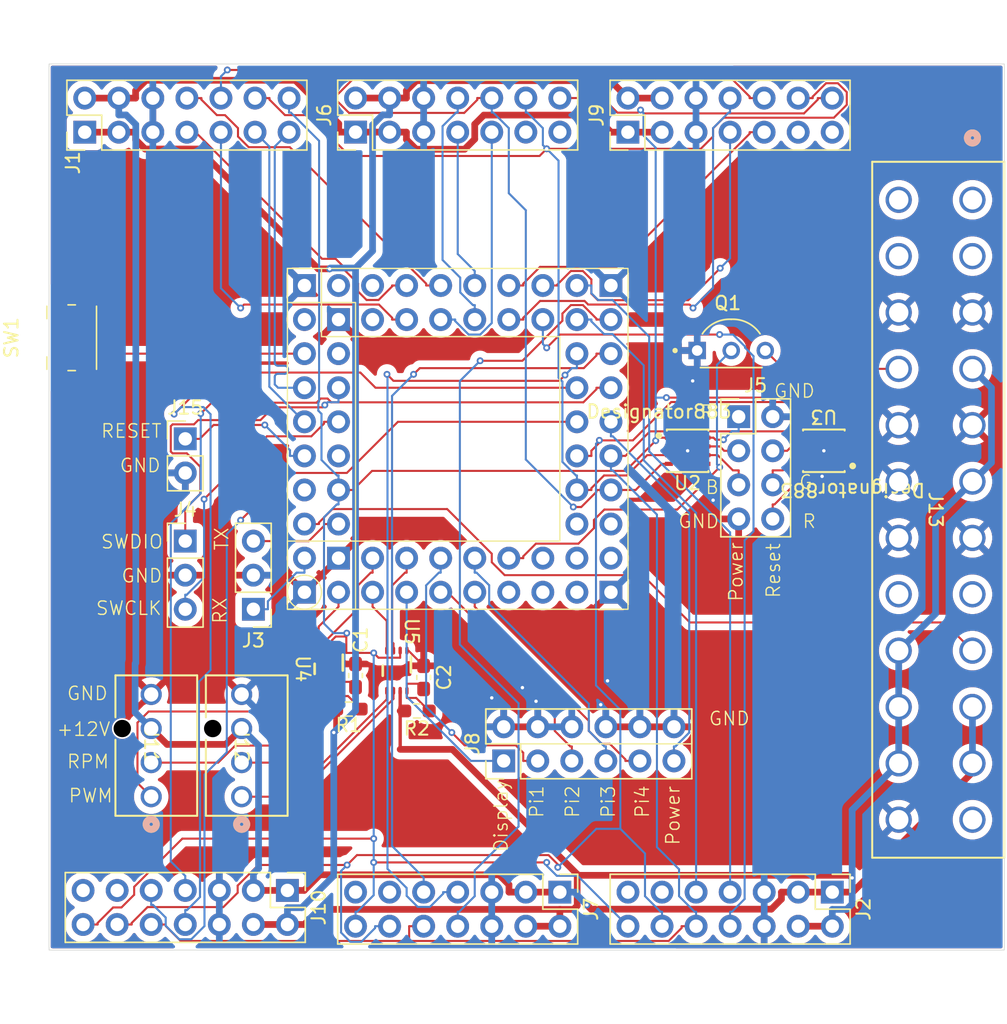
<source format=kicad_pcb>
(kicad_pcb (version 20241229) (generator "pcbnew") (generator_version "9.0")
  (layers (0 "F.Cu" signal) (4 "In1.Cu" signal) (6 "In2.Cu" signal) (2 "B.Cu" signal) (13 "F.Paste" user) (15 "B.Paste" user) (5 "F.SilkS" user "F.Silkscreen") (7 "B.SilkS" user "B.Silkscreen") (1 "F.Mask" user) (3 "B.Mask" user) (25 "Edge.Cuts" user))
  (net 0 "")
  (net 1 "GND")
  (net 2 "Net-(U4-EN)")
  (net 3 "Net-(U5-EN)")
  (net 4 "+5V")
  (net 5 "/Pi3_On")
  (net 9 "/UART TX")
  (net 10 "/3v3PWM2")
  (net 12 "/Pi4_On")
  (net 13 "/PSU_ON")
  (net 14 "/UART RX")
  (net 16 "/3v3RPMSignal1")
  (net 17 "+3.3V")
  (net 19 "/3v3RPMSignal2")
  (net 20 "/+5VDC_Standby")
  (net 21 "/3v3PWM1")
  (net 22 "/Pi2_On")
  (net 23 "/Display_On")
  (net 28 "/Pi1_On")
  (net 29 "/5V PWM1")
  (net 30 "+12V")
  (net 31 "/RPM Signal1")
  (net 32 "/5V PWM2")
  (net 33 "/RPM Signal2")
  (net 36 "/PS_ON#")
  (net 37 "/SWDIO")
  (net 38 "/SWCLK")
  (net 39 "/RESET_G")
  (net 40 "/RESET_B")
  (net 41 "/PWR_G")
  (net 42 "/PWR_B")
  (net 43 "/PWR_R")
  (net 44 "/RESET_R")
  (net 45 "/PWR")
  (net 46 "/USBD-")
  (net 47 "/USBD+")
  (net 48 "/USB0_5VEN")
  (net 49 "/USB2_5VEN")
  (net 50 "/USB4_5VEN")
  (net 51 "/USB0_12VEN")
  (net 52 "/USB2_12VEN")
  (net 53 "/USB4_12VEN")
  (net 54 "/USB1_5VEN")
  (net 55 "/USB3_5VEN")
  (net 56 "/USB5_5VEN")
  (net 57 "/USB1_12VEN")
  (net 58 "/USB3_12VEN")
  (net 59 "/USB5_12VEN")
  (net 60 "/USB0_INT")
  (net 61 "/USB1_INT")
  (net 62 "/USB2_INT")
  (net 63 "/USB3_INT")
  (net 64 "/USB4_INT")
  (net 65 "/USB5_INT")
  (net 67 "SCL0")
  (net 71 "SDA1")
  (net 72 "/BOOTSEL")
  (net 73 "SCL1")
  (net 75 "/RESET")
  (net 78 "SDA0")
  (footprint "Connector_PinHeader_2.54mm:PinHeader_2x07_P2.54mm_Vertical" (layer "F.Cu") (at 43.18 81.915 -90)
    (property "Reference" "J10")
    (property "Value" "Conn_02x07_Odd_Even")
  )
  (footprint "Connector_PinHeader_2.54mm:PinHeader_2x07_P2.54mm_Vertical" (layer "F.Cu") (at 83.82 82.042 -90)
    (property "Reference" "J2")
    (property "Value" "Conn_02x07_Odd_Even")
  )
  (footprint "Connector_PinHeader_2.54mm:PinHeader_1x02_P2.54mm_Vertical" (layer "F.Cu") (at 35.56 48.26)
    (property "Reference" "J15")
    (property "Value" "Conn_01x02")
  )
  (footprint "LSF0102DCUR:DCU0008A_L" (layer "F.Cu") (at 46.26 65.4 -90)
    (property "Reference" "U4")
    (property "Value" "LSF0101DRYR")
  )
  (footprint "Connector_PinHeader_2.54mm:PinHeader_2x07_P2.54mm_Vertical" (layer "F.Cu") (at 68.575 25.405 90)
    (property "Reference" "J9")
    (property "Value" "Conn_02x07_Odd_Even")
  )
  (footprint "Fan Connector:CONN_SD-47053-001_H10p00_MOL" (layer "F.Cu") (at 33.02 74.93 -90)
    (property "Reference" "J11")
    (property "Value" "NAS Fan 1")
  )
  (footprint "Resistor_SMD:R_0603_1608Metric_Pad0.98x0.95mm_HandSolder" (layer "F.Cu") (at 47.76 68.4)
    (property "Reference" "R1")
    (property "Value" "200k")
  )
  (footprint "Capacitor_SMD:C_0603_1608Metric_Pad1.08x0.95mm_HandSolder" (layer "F.Cu") (at 53.34 66.04 90)
    (property "Reference" "C2")
    (property "Value" "0.1uF")
  )
  (footprint "Button_Switch_SMD:Panasonic_EVQPUJ_EVQPUA" (layer "F.Cu") (at 27.09 40.725 90)
    (property "Reference" "SW1")
    (property "Value" "SW_SPST")
  )
  (footprint "LP5810:DSD0008B-MFG" (layer "F.Cu") (at 83.19 49.149 180)
    (property "Reference" "U3")
    (property "Value" "LP5810ADSDR")
  )
  (footprint "LP5810:DSD0008B-MFG" (layer "F.Cu") (at 73.03 49.149)
    (property "Reference" "U2")
    (property "Value" "LP5810ADSDR")
  )
  (footprint "Connector_PinHeader_2.54mm:PinHeader_2x04_P2.54mm_Vertical" (layer "F.Cu") (at 76.835 46.609)
    (property "Reference" "J5")
    (property "Value" "SwitchLEDS")
  )
  (footprint "Connector_PinHeader_2.54mm:PinHeader_1x03_P2.54mm_Vertical" (layer "F.Cu") (at 40.64 60.96 180)
    (property "Reference" "J3")
    (property "Value" "UART Header")
  )
  (footprint "LSF0102DCUR:DCU0008A_L" (layer "F.Cu") (at 51.34 65.54 -90)
    (property "Reference" "U5")
    (property "Value" "LSF0101DRYR")
  )
  (footprint "Connector_PinHeader_2.54mm:PinHeader_2x06_P2.54mm_Vertical" (layer "F.Cu") (at 59.309 72.263 90)
    (property "Reference" "J8")
    (property "Value" "PowerSwitch")
  )
  (footprint "2N3904:TO92254P460H750-3" (layer "F.Cu") (at 76.2815 41.678)
    (property "Reference" "Q1")
    (property "Value" "2N3904")
  )
  (footprint "Connector_PinHeader_2.54mm:PinHeader_2x07_P2.54mm_Vertical" (layer "F.Cu") (at 28.062 25.405 90)
    (property "Reference" "J1")
    (property "Value" "Conn_02x07_Odd_Even")
  )
  (footprint "Connector_PinHeader_2.54mm:PinHeader_1x03_P2.54mm_Vertical" (layer "F.Cu") (at 35.56 55.88)
    (property "Reference" "J4")
    (property "Value" "DEBUG")
  )
  (footprint "Capacitor_SMD:C_0603_1608Metric_Pad1.08x0.95mm_HandSolder" (layer "F.Cu") (at 48.26 65.9 90)
    (property "Reference" "C1")
    (property "Value" "0.1uF")
  )
  (footprint "Connector_PinHeader_2.54mm:PinHeader_2x07_P2.54mm_Vertical" (layer "F.Cu") (at 63.5 82.042 -90)
    (property "Reference" "J7")
    (property "Value" "Conn_02x07_Odd_Even")
  )
  (footprint "Mini-fit Jr:CONN_5566-24_MOL" (layer "F.Cu") (at 94.273 30.444 -90)
    (property "Reference" "J13")
    (property "Value" "ATX 24P Connection")
  )
  (footprint "Fan Connector:CONN_SD-47053-001_H10p00_MOL" (layer "F.Cu") (at 39.7662 74.93 -90)
    (property "Reference" "J12")
    (property "Value" "NAS Fan 2")
  )
  (footprint "MCU_RaspberryPi_and_Boards:PGA2350" (layer "F.Cu") (at 44.45 59.69 90)
    (property "Reference" "U1" (hide yes))
    (property "Value" "~" (hide yes))
  )
  (footprint "Resistor_SMD:R_0603_1608Metric_Pad0.98x0.95mm_HandSolder" (layer "F.Cu") (at 52.84 68.54)
    (property "Reference" "R2")
    (property "Value" "200k")
  )
  (footprint "Connector_PinHeader_2.54mm:PinHeader_2x07_P2.54mm_Vertical" (layer "F.Cu") (at 48.26 25.4 90)
    (property "Reference" "J6")
    (property "Value" "Conn_02x07_Odd_Even")
  )
  (gr_rect (start 45.72 38.1) (end 48.26 40.64) (stroke (width 0.1)) (fill no) (layer "F.SilkS"))
  (gr_rect (start 43.18 35.56) (end 45.72 38.1) (stroke (width 0.1)) (fill no) (layer "F.SilkS"))
  (gr_rect (start 57.979 68.393) (end 73.339 70.993) (stroke (width 0.1)) (fill no) (layer "F.SilkS"))
  (gr_rect (start 25.4 20.32) (end 96.647 86.36) (stroke (width 0.05)) (fill no) (layer "Edge.Cuts"))
  (gr_text "R" (at 73.914 46.863 0) (layer "F.SilkS") (effects (font (size 1 1) (thickness 0.1)) (justify left bottom)))
  (gr_text "+12V" (at 25.908 70.485 0) (layer "F.SilkS") (effects (font (size 1 1) (thickness 0.1)) (justify left bottom)))
  (gr_text "Display" (at 59.69 79.121 90) (layer "F.SilkS") (effects (font (size 1 1) (thickness 0.1)) (justify left bottom)))
  (gr_text "SWCLK" (at 28.829 61.468 0) (layer "F.SilkS") (effects (font (size 1 1) (thickness 0.1)) (justify left bottom)))
  (gr_text "GND" (at 72.263 54.991 0) (layer "F.SilkS") (effects (font (size 1 1) (thickness 0.1)) (justify left bottom)))
  (gr_text "Pi3" (at 67.691 76.581 90) (layer "F.SilkS") (effects (font (size 1 1) (thickness 0.1)) (justify left bottom)))
  (gr_text "GND" (at 79.405 45.279 0) (layer "F.SilkS") (effects (font (size 1 1) (thickness 0.1)) (justify left bottom)))
  (gr_text "GND" (at 74.549 69.693 0) (layer "F.SilkS") (effects (font (size 1 1) (thickness 0.1)) (justify left bottom)))
  (gr_text "R" (at 81.534 54.991 0) (layer "F.SilkS") (effects (font (size 1 1) (thickness 0.1)) (justify left bottom)))
  (gr_text "Power" (at 77.216 60.452 90) (layer "F.SilkS") (effects (font (size 1 1) (thickness 0.1)) (justify left bottom)))
  (gr_text "Power" (at 72.517 78.613 90) (layer "F.SilkS") (effects (font (size 1 1) (thickness 0.1)) (justify left bottom)))
  (gr_text "Reset" (at 80.01 60.198 90) (layer "F.SilkS") (effects (font (size 1 1) (thickness 0.1)) (justify left bottom)))
  (gr_text "SWDIO" (at 29.21 56.515 0) (layer "F.SilkS") (effects (font (size 1 1) (thickness 0.1)) (justify left bottom)))
  (gr_text "G" (at 81.28 52.07 0) (layer "F.SilkS") (effects (font (size 1 1) (thickness 0.1)) (justify left bottom)))
  (gr_text "GND" (at 30.607 50.83 0) (layer "F.SilkS") (effects (font (size 1 1) (thickness 0.1)) (justify left bottom)))
  (gr_text "PWM" (at 26.797 75.438 0) (layer "F.SilkS") (effects (font (size 1 1) (thickness 0.1)) (justify left bottom)))
  (gr_text "GND" (at 30.734 59.055 0) (layer "F.SilkS") (effects (font (size 1 1) (thickness 0.1)) (justify left bottom)))
  (gr_text "RESET" (at 29.21 48.26 0) (layer "F.SilkS") (effects (font (size 1 1) (thickness 0.1)) (justify left bottom)))
  (gr_text "B" (at 74.295 52.451 0) (layer "F.SilkS") (effects (font (size 1 1) (thickness 0.1)) (justify left bottom)))
  (gr_text "GND" (at 26.67 67.818 0) (layer "F.SilkS") (effects (font (size 1 1) (thickness 0.1)) (justify left bottom)))
  (gr_text "RX" (at 38.735 62.103 90) (layer "F.SilkS") (effects (font (size 1 1) (thickness 0.1)) (justify left bottom)))
  (gr_text "Pi1" (at 62.357 76.581 90) (layer "F.SilkS") (effects (font (size 1 1) (thickness 0.1)) (justify left bottom)))
  (gr_text "Pi4" (at 70.231 76.581 90) (layer "F.SilkS") (effects (font (size 1 1) (thickness 0.1)) (justify left bottom)))
  (gr_text "Pi2" (at 65.024 76.581 90) (layer "F.SilkS") (effects (font (size 1 1) (thickness 0.1)) (justify left bottom)))
  (gr_text "TX" (at 38.862 56.642 90) (layer "F.SilkS") (effects (font (size 1 1) (thickness 0.1)) (justify left bottom)))
  (gr_text "RPM" (at 26.67 72.898 0) (layer "F.SilkS") (effects (font (size 1 1) (thickness 0.1)) (justify left bottom)))
  (segment (start 83.515001 49.474001) (end 83.19 49.149) (width 0.1524) (layer "F.Cu") (net 1))
  (segment (start 52.090001 64.04) (end 52.2025 64.04) (width 0.1524) (layer "F.Cu") (net 1))
  (segment (start 72.704999 48.823999) (end 73.03 49.149) (width 0.1524) (layer "F.Cu") (net 1))
  (segment (start 52.2025 64.04) (end 53.34 65.1775) (width 0.1524) (layer "F.Cu") (net 1))
  (segment (start 47.010001 63.9) (end 47.010001 64.3524) (width 0.1524) (layer "F.Cu") (net 1))
  (segment (start 84.59 49.474001) (end 83.515001 49.474001) (width 0.1524) (layer "F.Cu") (net 1))
  (segment (start 47.010001 64.3524) (end 47.695101 65.0375) (width 0.1524) (layer "F.Cu") (net 1))
  (segment (start 71.63 48.823999) (end 72.704999 48.823999) (width 0.1524) (layer "F.Cu") (net 1))
  (segment (start 47.695101 65.0375) (end 48.26 65.0375) (width 0.1524) (layer "F.Cu") (net 1))
  (via (at 66.548 68.072) (size 0.508) (drill 0.254) (layers "F.Cu" "B.Cu") (net 1))
  (via (at 74.93 52.832) (size 0.508) (drill 0.254) (layers "F.Cu" "B.Cu") (net 1))
  (via (at 67.056 66.294) (size 0.508) (drill 0.254) (layers "F.Cu" "B.Cu") (net 1))
  (via (at 60.706 66.802) (size 0.508) (drill 0.254) (layers "F.Cu" "B.Cu") (net 1))
  (via (at 73.03 49.149) (size 0.508) (drill 0.254) (layers "F.Cu" "B.Cu") (net 1))
  (via (at 83.19 49.149) (size 0.508) (drill 0.254) (layers "F.Cu" "B.Cu") (net 1))
  (via (at 58.42 67.564) (size 0.508) (drill 0.254) (layers "F.Cu" "B.Cu") (net 1))
  (via (at 73.406 43.942) (size 0.508) (drill 0.254) (layers "F.Cu" "B.Cu") (net 1))
  (via (at 61.722 67.818) (size 0.508) (drill 0.254) (layers "F.Cu" "B.Cu") (net 1))
  (via (at 83.058 51.054) (size 0.508) (drill 0.254) (layers "F.Cu" "B.Cu") (net 1))
  (segment (start 47.7028 67.4303) (end 47.01 67.4303) (width 0.1524) (layer "F.Cu") (net 2))
  (segment (start 48.26 66.7625) (end 47.8672 66.3697) (width 0.1524) (layer "F.Cu") (net 2))
  (segment (start 47.01 66.9) (end 47.01 67.4303) (width 0.1524) (layer "F.Cu") (net 2))
  (segment (start 48.6725 68.4) (end 47.7028 67.4303) (width 0.1524) (layer "F.Cu") (net 2))
  (segment (start 47.8672 66.3697) (end 47.01 66.3697) (width 0.1524) (layer "F.Cu") (net 2))
  (segment (start 47.01 66.9) (end 47.01 66.3697) (width 0.1524) (layer "F.Cu") (net 2))
  (segment (start 52.7828 67.5703) (end 52.09 67.5703) (width 0.1524) (layer "F.Cu") (net 3))
  (segment (start 52.09 67.04) (end 52.09 66.5097) (width 0.1524) (layer "F.Cu") (net 3))
  (segment (start 52.09 67.04) (end 52.09 67.5703) (width 0.1524) (layer "F.Cu") (net 3))
  (segment (start 53.34 66.9025) (end 52.9472 66.5097) (width 0.1524) (layer "F.Cu") (net 3))
  (segment (start 52.9472 66.5097) (end 52.09 66.5097) (width 0.1524) (layer "F.Cu") (net 3))
  (segment (start 53.7525 68.54) (end 52.7828 67.5703) (width 0.1524) (layer "F.Cu") (net 3))
  (segment (start 52.8004 21.565) (end 67.275 21.565) (width 0.5) (layer "F.Cu") (net 4))
  (segment (start 85.3002 80.9822) (end 85.1059 80.7879) (width 0.5) (layer "F.Cu") (net 4))
  (segment (start 64.7906 80.7879) (end 64.7906 80.707) (width 0.5) (layer "F.Cu") (net 4))
  (segment (start 63.5 84.582) (end 63.5 83.3279) (width 0.5) (layer "F.Cu") (net 4))
  (segment (start 30.602 25.405) (end 31.8561 25.405) (width 0.5) (layer "F.Cu") (net 4))
  (segment (start 55.4852 71.4016) (end 51.59 71.4016) (width 0.5) (layer "F.Cu") (net 4))
  (segment (start 31.8561 25.9537) (end 32.5615 26.6591) (width 0.5) (layer "F.Cu") (net 4))
  (segment (start 51.59 71.4016) (end 51.59 68.54) (width 0.2498) (layer "F.Cu") (net 4))
  (segment (start 48.26 22.86) (end 50.8 22.86) (width 0.5) (layer "F.Cu") (net 4))
  (segment (start 30.602 25.405) (end 28.062 25.405) (width 0.5) (layer "F.Cu") (net 4))
  (segment (start 51.9275 68.54) (end 51.59 68.54) (width 0.5) (layer "F.Cu") (net 4))
  (segment (start 32.5615 26.6591) (end 36.5506 26.6591) (width 0.5) (layer "F.Cu") (net 4))
  (segment (start 63.5 83.3279) (end 45.5612 83.3279) (width 0.5) (layer "F.Cu") (net 4))
  (segment (start 46.51 68.054) (end 46.51 66.9) (width 0.2498) (layer "F.Cu") (net 4))
  (segment (start 43.18 84.455) (end 44.4341 84.455) (width 0.5) (layer "F.Cu") (net 4))
  (segment (start 36.5506 26.6591) (end 45.483 35.5915) (width 0.5) (layer "F.Cu") (net 4))
  (segment (start 40.64 84.455) (end 43.18 84.455) (width 0.5) (layer "F.Cu") (net 4))
  (segment (start 46.6366 70.1464) (end 46.8475 69.9355) (width 0.5) (layer "F.Cu") (net 4))
  (segment (start 31.8561 25.405) (end 31.8561 25.9537) (width 0.5) (layer "F.Cu") (net 4))
  (segment (start 46.51 68.054) (end 46.8475 68.3915) (width 0.5) (layer "F.Cu") (net 4))
  (segment (start 64.519 83.3279) (end 64.7906 83.0563) (width 0.5) (layer "F.Cu") (net 4))
  (segment (start 60.96 84.582) (end 63.5 84.582) (width 0.5) (layer "F.Cu") (net 4))
  (segment (start 46.8475 69.9355) (end 46.8475 68.4) (width 0.5) (layer "F.Cu") (net 4))
  (segment (start 85.1059 80.7879) (end 64.7906 80.7879) (width 0.5) (layer "F.Cu") (net 4))
  (segment (start 45.483 35.5915) (end 46.3255 35.5915) (width 0.5) (layer "F.Cu") (net 4))
  (segment (start 52.0541 22.86) (end 52.0541 22.3113) (width 0.5) (layer "F.Cu") (net 4))
  (segment (start 51.59 68.54) (end 51.59 67.04) (width 0.2498) (layer "F.Cu") (net 4))
  (segment (start 50.8 22.86) (end 52.0541 22.86) (width 0.5) (layer "F.Cu") (net 4))
  (segment (start 45.5612 83.3279) (end 44.4341 84.455) (width 0.5) (layer "F.Cu") (net 4))
  (segment (start 71.115 22.865) (end 68.575 22.865) (width 0.5) (layer "F.Cu") (net 4))
  (segment (start 63.5 83.3279) (end 64.519 83.3279) (width 0.5) (layer "F.Cu") (net 4))
  (segment (start 64.7906 83.0563) (end 64.7906 80.7879) (width 0.5) (layer "F.Cu") (net 4))
  (segment (start 52.0541 22.3113) (end 52.8004 21.565) (width 0.5) (layer "F.Cu") (net 4))
  (segment (start 46.8475 68.3915) (end 46.8475 68.4) (width 0.5) (layer "F.Cu") (net 4))
  (segment (start 64.7906 80.707) (end 55.4852 71.4016) (width 0.5) (layer "F.Cu") (net 4))
  (segment (start 81.28 84.582) (end 83.82 84.582) (width 0.5) (layer "F.Cu") (net 4))
  (segment (start 67.275 21.565) (end 68.575 22.865) (width 0.5) (layer "F.Cu") (net 4))
  (via (at 46.6366 70.1464) (size 0.508) (drill 0.254) (layers "F.Cu" "B.Cu") (net 4))
  (via (at 46.3255 35.5915) (size 0.508) (drill 0.254) (layers "F.Cu" "B.Cu") (net 4))
  (via (at 85.3002 80.9822) (size 0.508) (drill 0.254) (layers "F.Cu" "B.Cu") (net 4))
  (segment (start 91.5231 54.1939) (end 91.5231 61.2939) (width 0.5) (layer "B.Cu") (net 4))
  (segment (start 94.273 51.444) (end 95.6913 50.0257) (width 0.5) (layer "B.Cu") (net 4))
  (segment (start 48.26 35.5278) (end 49.5299 34.2579) (width 0.5) (layer "B.Cu") (net 4))
  (segment (start 44.2505 83.2009) (end 43.18 83.2009) (width 0.5) (layer "B.Cu") (net 4))
  (segment (start 84.8905 83.3279) (end 83.82 83.3279) (width 0.5) (layer "B.Cu") (net 4))
  (segment (start 43.18 83.2009) (end 43.18 84.455) (width 0.5) (layer "B.Cu") (net 4))
  (segment (start 95.6913 44.4623) (end 94.273 43.044) (width 0.5) (layer "B.Cu") (net 4))
  (segment (start 95.6913 50.0257) (end 95.6913 44.4623) (width 0.5) (layer "B.Cu") (net 4))
  (segment (start 88.773 72.444) (end 85.3002 75.9168) (width 0.5) (layer "B.Cu") (net 4))
  (segment (start 85.3002 75.9168) (end 85.3002 80.9822) (width 0.5) (layer "B.Cu") (net 4))
  (segment (start 46.3255 35.5915) (end 46.3892 35.5278) (width 0.5) (layer "B.Cu") (net 4))
  (segment (start 46.3892 35.5278) (end 48.26 35.5278) (width 0.5) (layer "B.Cu") (net 4))
  (segment (start 46.6366 70.1464) (end 46.6366 80.8148) (width 0.5) (layer "B.Cu") (net 4))
  (segment (start 50.2803 24.1141) (end 50.8 24.1141) (width 0.5) (layer "B.Cu") (net 4))
  (segment (start 85.3002 80.9822) (end 85.3002 82.9182) (width 0.5) (layer "B.Cu") (net 4))
  (segment (start 46.6366 80.8148) (end 44.2505 83.2009) (width 0.5) (layer "B.Cu") (net 4))
  (segment (start 46.6366 70.1464) (end 48.26 68.523) (width 0.5) (layer "B.Cu") (net 4))
  (segment (start 49.5299 34.2579) (end 49.5299 24.8645) (width 0.5) (layer "B.Cu") (net 4))
  (segment (start 91.5231 61.2939) (end 88.773 64.044) (width 0.5) (layer "B.Cu") (net 4))
  (segment (start 88.773 72.444) (end 88.773 68.244) (width 0.5) (layer "B.Cu") (net 4))
  (segment (start 48.26 68.523) (end 48.26 35.5278) (width 0.5) (layer "B.Cu") (net 4))
  (segment (start 85.3002 82.9182) (end 84.8905 83.3279) (width 0.5) (layer "B.Cu") (net 4))
  (segment (start 50.8 22.86) (end 50.8 24.1141) (width 0.5) (layer "B.Cu") (net 4))
  (segment (start 83.82 84.582) (end 83.82 83.3279) (width 0.5) (layer "B.Cu") (net 4))
  (segment (start 94.273 51.444) (end 91.5231 54.1939) (width 0.5) (layer "B.Cu") (net 4))
  (segment (start 88.773 68.244) (end 88.773 64.044) (width 0.5) (layer "B.Cu") (net 4))
  (segment (start 49.5299 24.8645) (end 50.2803 24.1141) (width 0.5) (layer "B.Cu") (net 4))
  (segment (start 57.15 57.15) (end 57.15 58.2303) (width 0.1524) (layer "B.Cu") (net 5))
  (segment (start 57.15 58.2303) (end 57.2852 58.2303) (width 0.1524) (layer "B.Cu") (net 5))
  (segment (start 58.2303 59.1754) (end 58.2303 60.5838) (width 0.1524) (layer "B.Cu") (net 5))
  (segment (start 65.659 70.0246) (end 66.8171 71.1827) (width 0.1524) (layer "B.Cu") (net 5))
  (segment (start 65.659 68.0125) (end 65.659 70.0246) (width 0.1524) (layer "B.Cu") (net 5))
  (segment (start 58.2303 60.5838) (end 65.659 68.0125) (width 0.1524) (layer "B.Cu") (net 5))
  (segment (start 66.8171 71.1827) (end 66.929 71.1827) (width 0.1524) (layer "B.Cu") (net 5))
  (segment (start 57.2852 58.2303) (end 58.2303 59.1754) (width 0.1524) (layer "B.Cu") (net 5))
  (segment (start 66.929 72.263) (end 66.929 71.1827) (width 0.1524) (layer "B.Cu") (net 5))
  (segment (start 45.9097 54.745) (end 44.7747 55.88) (width 0.1524) (layer "F.Cu") (net 9))
  (segment (start 44.7747 55.88) (end 40.64 55.88) (width 0.1524) (layer "F.Cu") (net 9))
  (segment (start 46.99 54.61) (end 45.9097 54.61) (width 0.1524) (layer "F.Cu") (net 9))
  (segment (start 45.9097 54.61) (end 45.9097 54.745) (width 0.1524) (layer "F.Cu") (net 9))
  (segment (start 51.9509 58.2303) (end 52.07 58.2303) (width 0.1524) (layer "F.Cu") (net 10))
  (segment (start 51.09 64.04) (end 51.09 63.5097) (width 0.1524) (layer "F.Cu") (net 10))
  (segment (start 50.9897 63.4094) (end 50.9897 59.1915) (width 0.1524) (layer "F.Cu") (net 10))
  (segment (start 51.09 63.5097) (end 50.9897 63.4094) (width 0.1524) (layer "F.Cu") (net 10))
  (segment (start 50.9897 59.1915) (end 51.9509 58.2303) (width 0.1524) (layer "F.Cu") (net 10))
  (segment (start 52.07 57.15) (end 52.07 58.2303) (width 0.1524) (layer "F.Cu") (net 10))
  (segment (start 65.659 70.0275) (end 66.6245 70.993) (width 0.1524) (layer "F.Cu") (net 12))
  (segment (start 65.659 69.2793) (end 65.659 70.0275) (width 0.1524) (layer "F.Cu") (net 12))
  (segment (start 66.6245 70.993) (end 67.2306 70.993) (width 0.1524) (layer "F.Cu") (net 12))
  (segment (start 57.15 59.69) (end 57.15 60.7703) (width 0.1524) (layer "F.Cu") (net 12))
  (segment (start 57.15 60.7703) (end 65.659 69.2793) (width 0.1524) (layer "F.Cu") (net 12))
  (segment (start 67.2306 70.993) (end 68.3887 72.1511) (width 0.1524) (layer "F.Cu") (net 12))
  (segment (start 68.3887 72.1511) (end 68.3887 72.263) (width 0.1524) (layer "F.Cu") (net 12))
  (segment (start 69.469 72.263) (end 68.3887 72.263) (width 0.1524) (layer "F.Cu") (net 12))
  (segment (start 60.7703 57.0148) (end 61.7154 56.0697) (width 0.1524) (layer "F.Cu") (net 13))
  (segment (start 59.69 57.15) (end 60.7703 57.15) (width 0.1524) (layer "F.Cu") (net 13))
  (segment (start 60.7703 57.15) (end 60.7703 57.0148) (width 0.1524) (layer "F.Cu") (net 13))
  (segment (start 66.8196 53.5297) (end 72.2589 53.5297) (width 0.1524) (layer "F.Cu") (net 13))
  (segment (start 61.7154 56.0697) (end 64.8848 56.0697) (width 0.1524) (layer "F.Cu") (net 13))
  (segment (start 64.8848 56.0697) (end 66.04 54.9145) (width 0.1524) (layer "F.Cu") (net 13))
  (segment (start 72.2589 53.5297) (end 75.4162 50.3724) (width 0.1524) (layer "F.Cu") (net 13))
  (segment (start 66.04 54.9145) (end 66.04 54.3093) (width 0.1524) (layer "F.Cu") (net 13))
  (segment (start 66.04 54.3093) (end 66.8196 53.5297) (width 0.1524) (layer "F.Cu") (net 13))
  (via (at 75.4162 50.3724) (size 0.508) (drill 0.254) (layers "F.Cu" "B.Cu") (net 13))
  (segment (start 75.2181 50.1743) (end 75.4162 50.3724) (width 0.1524) (layer "B.Cu") (net 13))
  (segment (start 76.2815 41.678) (end 75.2181 42.7414) (width 0.1524) (layer "B.Cu") (net 13))
  (segment (start 75.2181 42.7414) (end 75.2181 50.1743) (width 0.1524) (layer "B.Cu") (net 13))
  (segment (start 43.8592 58.2303) (end 41.7203 60.3692) (width 0.1524) (layer "B.Cu") (net 14))
  (segment (start 40.64 60.96) (end 41.7203 60.96) (width 0.1524) (layer "B.Cu") (net 14))
  (segment (start 41.7203 60.3692) (end 41.7203 60.96) (width 0.1524) (layer "B.Cu") (net 14))
  (segment (start 44.45 57.15) (end 44.45 58.2303) (width 0.1524) (layer "B.Cu") (net 14))
  (segment (start 44.45 58.2303) (end 43.8592 58.2303) (width 0.1524) (layer "B.Cu") (net 14))
  (segment (start 46.99 59.69) (end 46.99 60.7703) (width 0.1524) (layer "F.Cu") (net 16))
  (segment (start 45.51 63.9) (end 45.51 62.2503) (width 0.1524) (layer "F.Cu") (net 16))
  (segment (start 46.99 60.7703) (end 45.51 62.2503) (width 0.1524) (layer "F.Cu") (net 16))
  (segment (start 84.59 50.124) (end 85.1203 50.124) (width 0.1524) (layer "F.Cu") (net 17))
  (segment (start 69.7725 24.0052) (end 81.7064 24.0052) (width 0.1524) (layer "F.Cu") (net 17))
  (segment (start 47.5725 62.7691) (end 47.5725 64.2142) (width 0.1524) (layer "F.Cu") (net 17))
  (segment (start 85.1203 50.124) (end 85.4951 49.7492) (width 0.1524) (layer "F.Cu") (net 17))
  (segment (start 47.535281 62.992) (end 46.781366 62.992) (width 0.1524) (layer "F.Cu") (net 17))
  (segment (start 31.75 81.647) (end 31.75 82.2362) (width 0.1524) (layer "F.Cu") (net 17))
  (segment (start 51.59 64.5703) (end 49.9699 64.5703) (width 0.1524) (layer "F.Cu") (net 17))
  (segment (start 35.341 78.056) (end 31.75 81.647) (width 0.1524) (layer "F.Cu") (net 17))
  (segment (start 49.4936 50.6467) (end 48.0703 52.07) (width 0.1524) (layer "F.Cu") (net 17))
  (segment (start 49.6138 78.056) (end 35.341 78.056) (width 0.1524) (layer "F.Cu") (net 17))
  (segment (start 66.705 22.86) (end 63.5 22.86) (width 0.1524) (layer "F.Cu") (net 17))
  (segment (start 51.59 64.04) (end 51.59 64.5703) (width 0.1524) (layer "F.Cu") (net 17))
  (segment (start 70.8673 48.174) (end 71.63 48.174) (width 0.1524) (layer "F.Cu") (net 17))
  (segment (start 68.3946 50.6467) (end 49.4936 50.6467) (width 0.1524) (layer "F.Cu") (net 17))
  (segment (start 82.8494 45.1874) (end 71.4466 45.1874) (width 0.1524) (layer "F.Cu") (net 17))
  (segment (start 27.94 84.455) (end 29.0203 84.455) (width 0.1524) (layer "F.Cu") (net 17))
  (segment (start 83.815 22.865) (end 82.7347 22.865) (width 0.1524) (layer "F.Cu") (net 17))
  (segment (start 47.6036 62.738) (end 47.5725 62.7691) (width 0.1524) (layer "F.Cu") (net 17))
  (segment (start 62.515 79.828) (end 49.6138 79.828) (width 0.1524) (layer "F.Cu") (net 17))
  (segment (start 49.6138 64.2142) (end 47.5725 64.2142) (width 0.1524) (layer "F.Cu") (net 17))
  (segment (start 85.4951 49.7492) (end 85.4951 47.8331) (width 0.1524) (layer "F.Cu") (net 17))
  (segment (start 81.7064 24.0052) (end 82.7347 22.9769) (width 0.1524) (layer "F.Cu") (net 17))
  (segment (start 85.4951 47.8331) (end 82.8494 45.1874) (width 0.1524) (layer "F.Cu") (net 17))
  (segment (start 69.3241 23.947) (end 67.792 23.947) (width 0.1524) (layer "F.Cu") (net 17))
  (segment (start 31.75 82.2362) (end 30.8012 83.185) (width 0.1524) (layer "F.Cu") (net 17))
  (segment (start 67.792 23.947) (end 66.705 22.86) (width 0.1524) (layer "F.Cu") (net 17))
  (segment (start 30.8012 83.185) (end 30.1784 83.185) (width 0.1524) (layer "F.Cu") (net 17))
  (segment (start 70.6463 48.395) (end 68.3946 50.6467) (width 0.1524) (layer "F.Cu") (net 17))
  (segment (start 69.5192 23.7519) (end 69.7725 24.0052) (width 0.1524) (layer "F.Cu") (net 17))
  (segment (start 46.99 52.07) (end 48.0703 52.07) (width 0.1524) (layer "F.Cu") (net 17))
  (segment (start 70.6463 48.395) (end 70.8673 48.174) (width 0.1524) (layer "F.Cu") (net 17))
  (segment (start 46.51 63.263366) (end 46.51 64.1651) (width 0.1524) (layer "F.Cu") (net 17))
  (segment (start 46.51 64.1651) (end 46.51 63.9) (width 0.1524) (layer "F.Cu") (net 17))
  (segment (start 82.7347 22.9769) (end 82.7347 22.865) (width 0.1524) (layer "F.Cu") (net 17))
  (segment (start 29.0203 84.3431) (end 29.0203 84.455) (width 0.1524) (layer "F.Cu") (net 17))
  (segment (start 30.1784 83.185) (end 29.0203 84.3431) (width 0.1524) (layer "F.Cu") (net 17))
  (segment (start 47.6036 62.923681) (end 47.535281 62.992) (width 0.1524) (layer "F.Cu") (net 17))
  (segment (start 49.9699 64.5703) (end 49.6138 64.2142) (width 0.1524) (layer "F.Cu") (net 17))
  (segment (start 46.781366 62.992) (end 46.51 63.263366) (width 0.1524) (layer "F.Cu") (net 17))
  (segment (start 69.5192 23.7519) (end 69.3241 23.947) (width 0.1524) (layer "F.Cu") (net 17))
  (segment (start 47.6036 62.738) (end 47.6036 62.923681) (width 0.1524) (layer "F.Cu") (net 17))
  (via (at 49.6138 79.828) (size 0.508) (drill 0.254) (layers "F.Cu" "B.Cu") (net 17))
  (via (at 71.4466 45.1874) (size 0.508) (drill 0.254) (layers "F.Cu" "B.Cu") (net 17))
  (via (at 47.6036 62.738) (size 0.508) (drill 0.254) (layers "F.Cu" "B.Cu") (net 17))
  (via (at 62.515 79.828) (size 0.508) (drill 0.254) (layers "F.Cu" "B.Cu") (net 17))
  (via (at 49.6138 78.056) (size 0.508) (drill 0.254) (layers "F.Cu" "B.Cu") (net 17))
  (via (at 69.5192 23.7519) (size 0.508) (drill 0.254) (layers "F.Cu" "B.Cu") (net 17))
  (via (at 70.6463 48.395) (size 0.508) (drill 0.254) (layers "F.Cu" "B.Cu") (net 17))
  (via (at 49.6138 64.2142) (size 0.508) (drill 0.254) (layers "F.Cu" "B.Cu") (net 17))
  (segment (start 69.5192 23.7519) (end 69.7371 23.9698) (width 0.1524) (layer "B.Cu") (net 17))
  (segment (start 43.437 23.9453) (end 45.543 26.0513) (width 0.1524) (layer "B.Cu") (net 17))
  (segment (start 45.9085 54.0968) (end 46.855 53.1503) (width 0.1524) (layer "B.Cu") (net 17))
  (segment (start 47.6036 62.738) (end 46.614 62.738) (width 0.1524) (layer "B.Cu") (net 17))
  (segment (start 46.99 53.1503) (end 46.99 52.07) (width 0.1524) (layer "B.Cu") (net 17))
  (segment (start 43.302 22.865) (end 43.302 23.9453) (width 0.1524) (layer "B.Cu") (net 17))
  (segment (start 48.26 84.582) (end 48.26 83.5017) (width 0.1524) (layer "B.Cu") (net 17))
  (segment (start 62.515 80.0714) (end 62.515 79.828) (width 0.1524) (layer "B.Cu") (net 17))
  (segment (start 46.855 53.1503) (end 46.99 53.1503) (width 0.1524) (layer "B.Cu") (net 17))
  (segment (start 49.6138 64.2142) (end 49.6138 78.056) (width 0.1524) (layer "B.Cu") (net 17))
  (segment (start 48.3816 83.5017) (end 48.26 83.5017) (width 0.1524) (layer "B.Cu") (net 17))
  (segment (start 45.484 45.5376) (end 45.484 46.1604) (width 0.1524) (layer "B.Cu") (net 17))
  (segment (start 45.543 45.4786) (end 45.484 45.5376) (width 0.1524) (layer "B.Cu") (net 17))
  (segment (start 43.302 23.9453) (end 43.437 23.9453) (width 0.1524) (layer "B.Cu") (net 17))
  (segment (start 45.484 46.1604) (end 45.72 46.3964) (width 0.1524) (layer "B.Cu") (net 17))
  (segment (start 70.6463 45.1874) (end 70.6463 48.395) (width 0.1524) (layer "B.Cu") (net 17))
  (segment (start 45.72 49.8316) (end 46.8781 50.9897) (width 0.1524) (layer "B.Cu") (net 17))
  (segment (start 49.6138 82.2695) (end 48.3816 83.5017) (width 0.1524) (layer "B.Cu") (net 17))
  (segment (start 46.8781 50.9897) (end 46.99 50.9897) (width 0.1524) (layer "B.Cu") (net 17))
  (segment (start 63.2688 80.8252) (end 62.515 80.0714) (width 0.1524) (layer "B.Cu") (net 17))
  (segment (start 69.7371 25.65) (end 70.6463 26.5592) (width 0.1524) (layer "B.Cu") (net 17))
  (segment (start 46.99 51.5298) (end 46.99 52.07) (width 0.1524) (layer "B.Cu") (net 17))
  (segment (start 46.99 51.5298) (end 46.99 50.9897) (width 0.1524) (layer "B.Cu") (net 17))
  (segment (start 71.4466 45.1874) (end 70.6463 45.1874) (width 0.1524) (layer "B.Cu") (net 17))
  (segment (start 69.7371 23.9698) (end 69.7371 25.65) (width 0.1524) (layer "B.Cu") (net 17))
  (segment (start 49.6138 79.828) (end 49.6138 82.2695) (width 0.1524) (layer "B.Cu") (net 17))
  (segment (start 49.6138 78.056) (end 49.6138 79.828) (width 0.1524) (layer "B.Cu") (net 17))
  (segment (start 45.72 46.3964) (end 45.72 49.8316) (width 0.1524) (layer "B.Cu") (net 17))
  (segment (start 68.58 84.582) (end 64.8232 80.8252) (width 0.1524) (layer "B.Cu") (net 17))
  (segment (start 46.614 62.738) (end 45.9085 62.0325) (width 0.1524) (layer "B.Cu") (net 17))
  (segment (start 70.6463 26.5592) (end 70.6463 45.1874) (width 0.1524) (layer "B.Cu") (net 17))
  (segment (start 45.9085 62.0325) (end 45.9085 54.0968) (width 0.1524) (layer "B.Cu") (net 17))
  (segment (start 45.543 26.0513) (end 45.543 45.4786) (width 0.1524) (layer "B.Cu") (net 17))
  (segment (start 64.8232 80.8252) (end 63.2688 80.8252) (width 0.1524) (layer "B.Cu") (net 17))
  (segment (start 49.53 59.69) (end 49.53 60.7703) (width 0.1524) (layer "F.Cu") (net 19))
  (segment (start 49.53 60.7703) (end 50.59 61.8303) (width 0.1524) (layer "F.Cu") (net 19))
  (segment (start 50.59 61.8303) (end 50.59 64.04) (width 0.1524) (layer "F.Cu") (net 19))
  (segment (start 45.5303 54.4981) (end 45.5303 54.61) (width 0.1524) (layer "F.Cu") (net 20))
  (segment (start 73.1963 61.944) (end 69.6723 58.42) (width 0.1524) (layer "F.Cu") (net 20))
  (segment (start 58.42 56.8207) (end 55.0918 53.4925) (width 0.1524) (layer "F.Cu") (net 20))
  (segment (start 55.0918 53.4925) (end 46.5359 53.4925) (width 0.1524) (layer "F.Cu") (net 20))
  (segment (start 46.5359 53.4925) (end 45.5303 54.4981) (width 0.1524) (layer "F.Cu") (net 20))
  (segment (start 94.273 64.044) (end 92.173 61.944) (width 0.1524) (layer "F.Cu") (net 20))
  (segment (start 59.3855 58.42) (end 58.42 57.4545) (width 0.1524) (layer "F.Cu") (net 20))
  (segment (start 92.173 61.944) (end 73.1963 61.944) (width 0.1524) (layer "F.Cu") (net 20))
  (segment (start 58.42 57.4545) (end 58.42 56.8207) (width 0.1524) (layer "F.Cu") (net 20))
  (segment (start 44.45 54.61) (end 45.5303 54.61) (width 0.1524) (layer "F.Cu") (net 20))
  (segment (start 69.6723 58.42) (end 59.3855 58.42) (width 0.1524) (layer "F.Cu") (net 20))
  (segment (start 46.01 63.3309) (end 46.01 63.9) (width 0.1524) (layer "F.Cu") (net 21))
  (segment (start 49.53 57.15) (end 49.53 58.2303) (width 0.1524) (layer "F.Cu") (net 21))
  (segment (start 49.3948 58.2303) (end 48.4497 59.1754) (width 0.1524) (layer "F.Cu") (net 21))
  (segment (start 49.53 58.2303) (end 49.3948 58.2303) (width 0.1524) (layer "F.Cu") (net 21))
  (segment (start 48.4497 59.1754) (end 48.4497 60.8912) (width 0.1524) (layer "F.Cu") (net 21))
  (segment (start 48.4497 60.8912) (end 46.01 63.3309) (width 0.1524) (layer "F.Cu") (net 21))
  (segment (start 54.61 59.69) (end 55.118 59.69) (width 0.1524) (layer "F.Cu") (net 22))
  (segment (start 63.119 67.691) (end 63.119 70.0246) (width 0.1524) (layer "F.Cu") (net 22))
  (segment (start 64.2771 71.1827) (end 64.389 71.1827) (width 0.1524) (layer "F.Cu") (net 22))
  (segment (start 63.119 70.0246) (end 64.2771 71.1827) (width 0.1524) (layer "F.Cu") (net 22))
  (segment (start 64.389 71.1827) (end 64.389 72.263) (width 0.1524) (layer "F.Cu") (net 22))
  (segment (start 55.118 59.69) (end 63.119 67.691) (width 0.1524) (layer "F.Cu") (net 22))
  (segment (start 52.07 59.69) (end 52.07 67.4696) (width 0.1524) (layer "B.Cu") (net 23))
  (segment (start 52.07 67.4696) (end 56.8634 72.263) (width 0.1524) (layer "B.Cu") (net 23))
  (segment (start 56.8634 72.263) (end 59.309 72.263) (width 0.1524) (layer "B.Cu") (net 23))
  (segment (start 61.849 72.263) (end 60.7687 72.263) (width 0.1524) (layer "F.Cu") (net 28))
  (segment (start 56.3924 71.1009) (end 60.2124 71.1009) (width 0.1524) (layer "F.Cu") (net 28))
  (segment (start 60.2124 71.1009) (end 60.7687 71.6572) (width 0.1524) (layer "F.Cu") (net 28))
  (segment (start 60.7687 71.6572) (end 60.7687 72.263) (width 0.1524) (layer "F.Cu") (net 28))
  (segment (start 55.4379 70.1464) (end 56.3924 71.1009) (width 0.1524) (layer "F.Cu") (net 28))
  (via (at 55.4379 70.1464) (size 0.508) (drill 0.254) (layers "F.Cu" "B.Cu") (net 28))
  (segment (start 53.524 59.1813) (end 53.524 68.2325) (width 0.1524) (layer "B.Cu") (net 28))
  (segment (start 53.524 68.2325) (end 55.4379 70.1464) (width 0.1524) (layer "B.Cu") (net 28))
  (segment (start 54.61 58.2303) (end 54.475 58.2303) (width 0.1524) (layer "B.Cu") (net 28))
  (segment (start 54.61 57.15) (end 54.61 58.2303) (width 0.1524) (layer "B.Cu") (net 28))
  (segment (start 54.475 58.2303) (end 53.524 59.1813) (width 0.1524) (layer "B.Cu") (net 28))
  (segment (start 45.2185 66.3697) (end 46.01 66.3697) (width 0.1524) (layer "F.Cu") (net 29))
  (segment (start 46.01 66.9) (end 46.01 66.3697) (width 0.1524) (layer "F.Cu") (net 29))
  (segment (start 33.02 74.93) (end 31.9945 73.9045) (width 0.1524) (layer "F.Cu") (net 29))
  (segment (start 32.8267 68.58) (end 43.0082 68.58) (width 0.1524) (layer "F.Cu") (net 29))
  (segment (start 31.9945 69.4122) (end 32.8267 68.58) (width 0.1524) (layer "F.Cu") (net 29))
  (segment (start 31.9945 73.9045) (end 31.9945 69.4122) (width 0.1524) (layer "F.Cu") (net 29))
  (segment (start 43.0082 68.58) (end 45.2185 66.3697) (width 0.1524) (layer "F.Cu") (net 29))
  (segment (start 94.273 73.1136) (end 85.3446 82.042) (width 0.5) (layer "F.Cu") (net 30))
  (segment (start 30.602 22.865) (end 31.8561 22.865) (width 0.5) (layer "F.Cu") (net 30))
  (segment (start 40.64 81.915) (end 43.18 81.915) (width 0.5) (layer "F.Cu") (net 30))
  (segment (start 47.0059 24.773) (end 47.0059 25.4) (width 0.5) (layer "F.Cu") (net 30))
  (segment (start 52.0541 25.4) (end 52.0541 25.9487) (width 0.5) (layer "F.Cu") (net 30))
  (segment (start 50.8 25.4) (end 48.26 25.4) (width 0.5) (layer "F.Cu") (net 30))
  (segment (start 31.8561 22.865) (end 31.8561 22.3163) (width 0.5) (layer "F.Cu") (net 30))
  (segment (start 80.0259 82.5617) (end 80.0259 82.042) (width 0.5) (layer "F.Cu") (net 30))
  (segment (start 66.0459 24.13) (end 67.3209 25.405) (width 0.5) (layer "F.Cu") (net 30))
  (segment (start 57.15 25.9194) (end 57.15 24.8119) (width 0.5) (layer "F.Cu") (net 30))
  (segment (start 34.2012 71.0312) (end 33.02 69.85) (width 0.5) (layer "F.Cu") (net 30))
  (segment (start 38.585 71.0312) (end 34.2012 71.0312) (width 0.5) (layer "F.Cu") (net 30))
  (segment (start 85.3446 82.042) (end 83.82 82.042) (width 0.5) (layer "F.Cu") (net 30))
  (segment (start 80.653 82.042) (end 81.28 82.042) (width 0.5) (layer "F.Cu") (net 30))
  (segment (start 52.0541 25.9487) (end 52.7811 26.6757) (width 0.5) (layer "F.Cu") (net 30))
  (segment (start 81.28 82.042) (end 83.82 82.042) (width 0.5) (layer "F.Cu") (net 30))
  (segment (start 39.7662 69.85) (end 38.585 71.0312) (width 0.5) (layer "F.Cu") (net 30))
  (segment (start 65.5145 82.9995) (end 65.827 83.312) (width 0.5) (layer "F.Cu") (net 30))
  (segment (start 52.7811 26.6757) (end 56.3937 26.6757) (width 0.5) (layer "F.Cu") (net 30))
  (segment (start 50.8 25.4) (end 52.0541 25.4) (width 0.5) (layer "F.Cu") (net 30))
  (segment (start 31.8561 22.3163) (end 32.6371 21.5353) (width 0.5) (layer "F.Cu") (net 30))
  (segment (start 80.653 82.042) (end 80.0259 82.042) (width 0.5) (layer "F.Cu") (net 30))
  (segment (start 60.96 82.042) (end 59.7059 82.042) (width 0.5) (layer "F.Cu") (net 30))
  (segment (start 57.8319 24.13) (end 66.0459 24.13) (width 0.5) (layer "F.Cu") (net 30))
  (segment (start 56.3937 26.6757) (end 57.15 25.9194) (width 0.5) (layer "F.Cu") (net 30))
  (segment (start 58.9617 80.7491) (end 59.7059 81.4933) (width 0.5) (layer "F.Cu") (net 30))
  (segment (start 63.5 82.042) (end 60.96 82.042) (width 0.5) (layer "F.Cu") (net 30))
  (segment (start 68.575 25.405) (end 67.3209 25.405) (width 0.5) (layer "F.Cu") (net 30))
  (segment (start 59.7059 81.4933) (end 59.7059 82.042) (width 0.5) (layer "F.Cu") (net 30))
  (segment (start 71.115 25.405) (end 68.575 25.405) (width 0.5) (layer "F.Cu") (net 30))
  (segment (start 32.6371 21.5353) (end 43.7682 21.5353) (width 0.5) (layer "F.Cu") (net 30))
  (segment (start 45.6 80.7491) (end 58.9617 80.7491) (width 0.5) (layer "F.Cu") (net 30))
  (segment (start 79.2756 83.312) (end 80.0259 82.5617) (width 0.5) (layer "F.Cu") (net 30))
  (segment (start 44.4341 81.915) (end 45.6 80.7491) (width 0.5) (layer "F.Cu") (net 30))
  (segment (start 43.7682 21.5353) (end 47.0059 24.773) (width 0.5) (layer "F.Cu") (net 30))
  (segment (start 30.602 22.865) (end 28.062 22.865) (width 0.5) (layer "F.Cu") (net 30))
  (segment (start 43.18 81.915) (end 44.4341 81.915) (width 0.5) (layer "F.Cu") (net 30))
  (segment (start 94.273 72.444) (end 94.273 73.1136) (width 0.5) (layer "F.Cu") (net 30))
  (segment (start 65.827 83.312) (end 79.2756 83.312) (width 0.5) (layer "F.Cu") (net 30))
  (segment (start 48.26 25.4) (end 47.0059 25.4) (width 0.5) (layer "F.Cu") (net 30))
  (segment (start 57.15 24.8119) (end 57.8319 24.13) (width 0.5) (layer "F.Cu") (net 30))
  (via (at 65.5145 82.9995) (size 0.508) (drill 0.254) (layers "F.Cu" "B.Cu") (net 30))
  (segment (start 41.0278 71.1116) (end 41.0278 80.2731) (width 0.5) (layer "B.Cu") (net 30))
  (segment (start 41.0278 80.2731) (end 40.64 80.6609) (width 0.5) (layer "B.Cu") (net 30))
  (segment (start 31.8192 68.6492) (end 33.02 69.85) (width 0.5) (layer "B.Cu") (net 30))
  (segment (start 31.8192 65.0143) (end 31.8192 68.6492) (width 0.5) (layer "B.Cu") (net 30))
  (segment (start 31.872 24.8404) (end 31.872 64.9615) (width 0.5) (layer "B.Cu") (net 30))
  (segment (start 64.7541 82.2391) (end 65.5145 82.9995) (width 0.5) (layer "B.Cu") (net 30))
  (segment (start 63.5 82.042) (end 64.7541 82.042) (width 0.5) (layer "B.Cu") (net 30))
  (segment (start 31.1507 24.1191) (end 31.872 24.8404) (width 0.5) (layer "B.Cu") (net 30))
  (segment (start 64.7541 82.042) (end 64.7541 82.2391) (width 0.5) (layer "B.Cu") (net 30))
  (segment (start 31.872 64.9615) (end 31.8192 65.0143) (width 0.5) (layer "B.Cu") (net 30))
  (segment (start 30.602 24.1191) (end 31.1507 24.1191) (width 0.5) (layer "B.Cu") (net 30))
  (segment (start 39.7662 69.85) (end 41.0278 71.1116) (width 0.5) (layer "B.Cu") (net 30))
  (segment (start 30.602 22.865) (end 30.602 24.1191) (width 0.5) (layer "B.Cu") (net 30))
  (segment (start 40.64 81.915) (end 40.64 80.6609) (width 0.5) (layer "B.Cu") (net 30))
  (segment (start 94.273 72.444) (end 94.273 68.244) (width 0.5) (layer "B.Cu") (net 30))
  (segment (start 39.2861 71.12) (end 38.0161 72.39) (width 0.1524) (layer "F.Cu") (net 31))
  (segment (start 45.51 67.4303) (end 41.8203 71.12) (width 0.1524) (layer "F.Cu") (net 31))
  (segment (start 38.0161 72.39) (end 33.02 72.39) (width 0.1524) (layer "F.Cu") (net 31))
  (segment (start 41.8203 71.12) (end 39.2861 71.12) (width 0.1524) (layer "F.Cu") (net 31))
  (segment (start 45.51 66.9) (end 45.51 67.4303) (width 0.1524) (layer "F.Cu") (net 31))
  (segment (start 51.09 67.6346) (end 51.09 67.04) (width 0.1524) (layer "F.Cu") (net 32))
  (segment (start 43.7946 74.93) (end 51.09 67.6346) (width 0.1524) (layer "F.Cu") (net 32))
  (segment (start 39.7662 74.93) (end 43.7946 74.93) (width 0.1524) (layer "F.Cu") (net 32))
  (segment (start 50.59 67.6691) (end 50.59 67.04) (width 0.1524) (layer "F.Cu") (net 33))
  (segment (start 39.7662 72.39) (end 45.8691 72.39) (width 0.1524) (layer "F.Cu") (net 33))
  (segment (start 45.8691 72.39) (end 50.59 67.6691) (width 0.1524) (layer "F.Cu") (net 33))
  (segment (start 88.773 43.044) (end 80.1875 43.044) (width 0.1524) (layer "F.Cu") (net 36))
  (segment (start 80.1875 43.044) (end 78.8215 41.678) (width 0.1524) (layer "F.Cu") (net 36))
  (segment (start 36.2068 47.1797) (end 34.6146 47.1797) (width 0.1524) (layer "F.Cu") (net 37))
  (segment (start 36.6799 50.3419) (end 36.6799 52.3546) (width 0.1524) (layer "F.Cu") (net 37))
  (segment (start 42.123 45.9097) (end 41.1709 46.8618) (width 0.1524) (layer "F.Cu") (net 37))
  (segment (start 36.5247 46.8618) (end 36.2068 47.1797) (width 0.1524) (layer "F.Cu") (net 37))
  (segment (start 45.7968 45.9097) (end 42.123 45.9097) (width 0.1524) (layer "F.Cu") (net 37))
  (segment (start 34.6146 47.1797) (end 34.4797 47.3146) (width 0.1524) (layer "F.Cu") (net 37))
  (segment (start 35.56 53.4745) (end 35.56 55.88) (width 0.1524) (layer "F.Cu") (net 37))
  (segment (start 45.9683 45.7382) (end 45.7968 45.9097) (width 0.1524) (layer "F.Cu") (net 37))
  (segment (start 34.6146 49.3403) (end 35.6783 49.3403) (width 0.1524) (layer "F.Cu") (net 37))
  (segment (start 41.1709 46.8618) (end 36.5247 46.8618) (width 0.1524) (layer "F.Cu") (net 37))
  (segment (start 35.6783 49.3403) (end 36.6799 50.3419) (width 0.1524) (layer "F.Cu") (net 37))
  (segment (start 34.4797 47.3146) (end 34.4797 49.2054) (width 0.1524) (layer "F.Cu") (net 37))
  (segment (start 34.4797 49.2054) (end 34.6146 49.3403) (width 0.1524) (layer "F.Cu") (net 37))
  (segment (start 36.6799 52.3546) (end 35.56 53.4745) (width 0.1524) (layer "F.Cu") (net 37))
  (via (at 45.9683 45.7382) (size 0.508) (drill 0.254) (layers "F.Cu" "B.Cu") (net 37))
  (segment (start 46.1762 45.5303) (end 45.9683 45.7382) (width 0.1524) (layer "B.Cu") (net 37))
  (segment (start 46.99 44.45) (end 46.99 45.5303) (width 0.1524) (layer "B.Cu") (net 37))
  (segment (start 46.99 45.5303) (end 46.1762 45.5303) (width 0.1524) (layer "B.Cu") (net 37))
  (segment (start 45.9097 46.99) (end 45.9097 47.1252) (width 0.1524) (layer "F.Cu") (net 38))
  (segment (start 46.99 46.99) (end 45.9097 46.99) (width 0.1524) (layer "F.Cu") (net 38))
  (segment (start 41.6498 48.0703) (end 36.963 52.7571) (width 0.1524) (layer "F.Cu") (net 38))
  (segment (start 45.9097 47.1252) (end 44.9646 48.0703) (width 0.1524) (layer "F.Cu") (net 38))
  (segment (start 44.9646 48.0703) (end 41.6498 48.0703) (width 0.1524) (layer "F.Cu") (net 38))
  (via (at 36.963 52.7571) (size 0.508) (drill 0.254) (layers "F.Cu" "B.Cu") (net 38))
  (segment (start 36.963 58.5886) (end 35.6719 59.8797) (width 0.1524) (layer "B.Cu") (net 38))
  (segment (start 35.56 60.96) (end 35.56 59.8797) (width 0.1524) (layer "B.Cu") (net 38))
  (segment (start 35.6719 59.8797) (end 35.56 59.8797) (width 0.1524) (layer "B.Cu") (net 38))
  (segment (start 36.963 52.7571) (end 36.963 58.5886) (width 0.1524) (layer "B.Cu") (net 38))
  (segment (start 80.125 50.6087) (end 81.2597 49.474) (width 0.1524) (layer "F.Cu") (net 39))
  (segment (start 79.375 50.6087) (end 80.125 50.6087) (width 0.1524) (layer "F.Cu") (net 39))
  (segment (start 81.79 49.474) (end 81.2597 49.474) (width 0.1524) (layer "F.Cu") (net 39))
  (segment (start 79.375 51.689) (end 79.375 50.6087) (width 0.1524) (layer "F.Cu") (net 39))
  (segment (start 80.7803 48.824) (end 81.79 48.824) (width 0.1524) (layer "F.Cu") (net 40))
  (segment (start 80.4553 49.149) (end 80.7803 48.824) (width 0.1524) (layer "F.Cu") (net 40))
  (segment (start 79.375 49.149) (end 80.4553 49.149) (width 0.1524) (layer "F.Cu") (net 40))
  (segment (start 75.7547 49.149) (end 75.4297 48.824) (width 0.1524) (layer "F.Cu") (net 41))
  (segment (start 75.4297 48.824) (end 74.43 48.824) (width 0.1524) (layer "F.Cu") (net 41))
  (segment (start 76.835 49.149) (end 75.7547 49.149) (width 0.1524) (layer "F.Cu") (net 41))
  (segment (start 76.835 51.689) (end 76.835 50.6087) (width 0.1524) (layer "F.Cu") (net 42))
  (segment (start 75.2725 49.474) (end 74.43 49.474) (width 0.1524) (layer "F.Cu") (net 42))
  (segment (start 76.835 50.6087) (end 76.4072 50.6087) (width 0.1524) (layer "F.Cu") (net 42))
  (segment (start 76.4072 50.6087) (end 75.2725 49.474) (width 0.1524) (layer "F.Cu") (net 42))
  (segment (start 75.1105 48.3242) (end 74.9603 48.174) (width 0.1524) (layer "F.Cu") (net 43))
  (segment (start 75.7024 48.3242) (end 75.1105 48.3242) (width 0.1524) (layer "F.Cu") (net 43))
  (segment (start 74.43 48.174) (end 74.9603 48.174) (width 0.1524) (layer "F.Cu") (net 43))
  (via (at 75.7024 48.3242) (size 0.508) (drill 0.254) (layers "F.Cu" "B.Cu") (net 43))
  (segment (start 76.3373 47.6893) (end 75.7024 48.3242) (width 0.1524) (layer "B.Cu") (net 43))
  (segment (start 76.835 47.6893) (end 76.3373 47.6893) (width 0.1524) (layer "B.Cu") (net 43))
  (segment (start 76.835 46.609) (end 76.835 47.6893) (width 0.1524) (layer "B.Cu") (net 43))
  (segment (start 79.51 53.1487) (end 81.2597 51.399) (width 0.1524) (layer "F.Cu") (net 44))
  (segment (start 79.375 54.229) (end 79.375 53.1487) (width 0.1524) (layer "F.Cu") (net 44))
  (segment (start 81.79 50.124) (end 81.2597 50.124) (width 0.1524) (layer "F.Cu") (net 44))
  (segment (start 79.375 53.1487) (end 79.51 53.1487) (width 0.1524) (layer "F.Cu") (net 44))
  (segment (start 81.2597 51.399) (end 81.2597 50.124) (width 0.1524) (layer "F.Cu") (net 44))
  (segment (start 67.4452 48.0703) (end 73.1482 53.7733) (width 0.1524) (layer "B.Cu") (net 45))
  (segment (start 72.1209 71.1827) (end 72.009 71.1827) (width 0.1524) (layer "B.Cu") (net 45))
  (segment (start 67.31 46.99) (end 67.31 48.0703) (width 0.1524) (layer "B.Cu") (net 45))
  (segment (start 73.1482 70.1554) (end 72.1209 71.1827) (width 0.1524) (layer "B.Cu") (net 45))
  (segment (start 67.31 48.0703) (end 67.4452 48.0703) (width 0.1524) (layer "B.Cu") (net 45))
  (segment (start 72.009 72.263) (end 72.009 71.1827) (width 0.1524) (layer "B.Cu") (net 45))
  (segment (start 73.1482 53.7733) (end 73.1482 70.1554) (width 0.1524) (layer "B.Cu") (net 45))
  (segment (start 42.47908 44.45) (end 42.2332 44.20412) (width 0.1524) (layer "B.Cu") (net 46))
  (segment (start 42.2332 26.4738) (end 43.302 25.405) (width 0.1524) (layer "B.Cu") (net 46))
  (segment (start 42.2332 42.571937) (end 42.2332 26.4738) (width 0.1524) (layer "B.Cu") (net 46))
  (segment (start 42.4732 43.411937) (end 42.975231 43.411937) (width 0.1524) (layer "B.Cu") (net 46))
  (segment (start 42.975231 42.811937) (end 42.4732 42.811937) (width 0.1524) (layer "B.Cu") (net 46))
  (segment (start 42.2332 44.20412) (end 42.2332 43.651937) (width 0.1524) (layer "B.Cu") (net 46))
  (segment (start 43.215231 43.171937) (end 43.215231 43.051937) (width 0.1524) (layer "B.Cu") (net 46))
  (segment (start 44.45 44.45) (end 42.47908 44.45) (width 0.1524) (layer "B.Cu") (net 46))
  (arc (start 42.2332 43.651937) (mid 42.303494 43.482231) (end 42.4732 43.411937) (width 0.1524) (layer "B.Cu") (net 46))
  (arc (start 42.975231 43.411937) (mid 43.144937 43.341643) (end 43.215231 43.171937) (width 0.1524) (layer "B.Cu") (net 46))
  (arc (start 42.4732 42.811937) (mid 42.303494 42.741643) (end 42.2332 42.571937) (width 0.1524) (layer "B.Cu") (net 46))
  (arc (start 43.215231 43.051937) (mid 43.144937 42.882231) (end 42.975231 42.811937) (width 0.1524) (layer "B.Cu") (net 46))
  (segment (start 41.8308 44.3708) (end 41.8308 26.4738) (width 0.1524) (layer "B.Cu") (net 47))
  (segment (start 44.45 46.99) (end 41.8308 44.3708) (width 0.1524) (layer "B.Cu") (net 47))
  (segment (start 41.8308 26.4738) (end 40.762 25.405) (width 0.1524) (layer "B.Cu") (net 47))
  (segment (start 48.4497 36.6906) (end 47.5088 35.7497) (width 0.1524) (layer "F.Cu") (net 48))
  (segment (start 47.5088 35.7497) (end 47.5088 35.5708) (width 0.1524) (layer "F.Cu") (net 48))
  (segment (start 45.7625 34.8405) (end 36.327 25.405) (width 0.1524) (layer "F.Cu") (net 48))
  (segment (start 46.7785 34.8405) (end 45.7625 34.8405) (width 0.1524) (layer "F.Cu") (net 48))
  (segment (start 47.5088 35.5708) (end 46.7785 34.8405) (width 0.1524) (layer "F.Cu") (net 48))
  (segment (start 50.9897 36.8981) (end 49.9775 37.9103) (width 0.1524) (layer "F.Cu") (net 48))
  (segment (start 50.9897 36.83) (end 50.9897 36.8981) (width 0.1524) (layer "F.Cu") (net 48))
  (segment (start 49.0825 37.9103) (end 48.4497 37.2775) (width 0.1524) (layer "F.Cu") (net 48))
  (segment (start 36.327 25.405) (end 35.682 25.405) (width 0.1524) (layer "F.Cu") (net 48))
  (segment (start 49.9775 37.9103) (end 49.0825 37.9103) (width 0.1524) (layer "F.Cu") (net 48))
  (segment (start 48.4497 37.2775) (end 48.4497 36.6906) (width 0.1524) (layer "F.Cu") (net 48))
  (segment (start 52.07 36.83) (end 50.9897 36.83) (width 0.1524) (layer "F.Cu") (net 48))
  (segment (start 65.2175 35.7497) (end 64.3225 35.7497) (width 0.1524) (layer "F.Cu") (net 49))
  (segment (start 64.3225 35.7497) (end 63.3103 36.7619) (width 0.1524) (layer "F.Cu") (net 49))
  (segment (start 73.0721 37.9266) (end 66.3329 37.9266) (width 0.1524) (layer "F.Cu") (net 49))
  (segment (start 63.3103 36.7619) (end 63.3103 36.83) (width 0.1524) (layer "F.Cu") (net 49))
  (segment (start 75.4568 35.5419) (end 73.0721 37.9266) (width 0.1524) (layer "F.Cu") (net 49))
  (segment (start 65.8503 36.3825) (end 65.2175 35.7497) (width 0.1524) (layer "F.Cu") (net 49))
  (segment (start 66.3329 37.9266) (end 65.8503 37.444) (width 0.1524) (layer "F.Cu") (net 49))
  (segment (start 65.8503 37.444) (end 65.8503 36.3825) (width 0.1524) (layer "F.Cu") (net 49))
  (segment (start 62.23 36.83) (end 63.3103 36.83) (width 0.1524) (layer "F.Cu") (net 49))
  (via (at 75.4568 35.5419) (size 0.508) (drill 0.254) (layers "F.Cu" "B.Cu") (net 49))
  (segment (start 75.4568 35.5419) (end 76.195 34.8037) (width 0.1524) (layer "B.Cu") (net 49))
  (segment (start 76.195 34.8037) (end 76.195 25.405) (width 0.1524) (layer "B.Cu") (net 49))
  (segment (start 63.8848 43.5062) (end 63.4567 43.9343) (width 0.1524) (layer "F.Cu") (net 50))
  (segment (start 51.089 43.9343) (end 50.6062 43.4515) (width 0.1524) (layer "F.Cu") (net 50))
  (segment (start 63.4567 43.9343) (end 51.089 43.9343) (width 0.1524) (layer "F.Cu") (net 50))
  (via (at 63.8848 43.5062) (size 0.508) (drill 0.254) (layers "F.Cu" "B.Cu") (net 50))
  (via (at 50.6062 43.4515) (size 0.508) (drill 0.254) (layers "F.Cu" "B.Cu") (net 50))
  (segment (start 64.4007 42.9903) (end 63.8848 43.5062) (width 0.1524) (layer "B.Cu") (net 50))
  (segment (start 50.6431 80.3039) (end 52.07 81.7308) (width 0.1524) (layer "B.Cu") (net 50))
  (segment (start 52.07 82.3167) (end 52.895 83.1417) (width 0.1524) (layer "B.Cu") (net 50))
  (segment (start 54.7997 82.1539) (end 54.7997 82.042) (width 0.1524) (layer "B.Cu") (net 50))
  (segment (start 50.6431 43.4884) (end 50.6431 80.3039) (width 0.1524) (layer "B.Cu") (net 50))
  (segment (start 64.77 41.91) (end 64.77 42.9903) (width 0.1524) (layer "B.Cu") (net 50))
  (segment (start 50.6062 43.4515) (end 50.6431 43.4884) (width 0.1524) (layer "B.Cu") (net 50))
  (segment (start 53.8119 83.1417) (end 54.7997 82.1539) (width 0.1524) (layer "B.Cu") (net 50))
  (segment (start 64.77 42.9903) (end 64.4007 42.9903) (width 0.1524) (layer "B.Cu") (net 50))
  (segment (start 52.07 81.7308) (end 52.07 82.3167) (width 0.1524) (layer "B.Cu") (net 50))
  (segment (start 52.895 83.1417) (end 53.8119 83.1417) (width 0.1524) (layer "B.Cu") (net 50))
  (segment (start 55.88 82.042) (end 54.7997 82.042) (width 0.1524) (layer "B.Cu") (net 50))
  (segment (start 53.5297 36.695) (end 43.3584 26.5237) (width 0.1524) (layer "F.Cu") (net 51))
  (segment (start 43.3584 26.5237) (end 40.2886 26.5237) (width 0.1524) (layer "F.Cu") (net 51))
  (segment (start 40.2886 26.5237) (end 39.492 25.7271) (width 0.1524) (layer "F.Cu") (net 51))
  (segment (start 37.9204 24.135) (end 36.7623 22.9769) (width 0.1524) (layer "F.Cu") (net 51))
  (segment (start 39.492 25.1005) (end 38.5265 24.135) (width 0.1524) (layer "F.Cu") (net 51))
  (segment (start 35.682 22.865) (end 36.7623 22.865) (width 0.1524) (layer "F.Cu") (net 51))
  (segment (start 53.5297 36.83) (end 53.5297 36.695) (width 0.1524) (layer "F.Cu") (net 51))
  (segment (start 38.5265 24.135) (end 37.9204 24.135) (width 0.1524) (layer "F.Cu") (net 51))
  (segment (start 54.61 36.83) (end 53.5297 36.83) (width 0.1524) (layer "F.Cu") (net 51))
  (segment (start 39.492 25.7271) (end 39.492 25.1005) (width 0.1524) (layer "F.Cu") (net 51))
  (segment (start 36.7623 22.9769) (end 36.7623 22.865) (width 0.1524) (layer "F.Cu") (net 51))
  (segment (start 59.69 39.37) (end 60.7703 39.37) (width 0.1524) (layer "F.Cu") (net 52))
  (segment (start 60.7703 39.235) (end 60.7703 39.37) (width 0.1524) (layer "F.Cu") (net 52))
  (segment (start 65.6113 38.25) (end 65.3445 37.9832) (width 0.1524) (layer "F.Cu") (net 52))
  (segment (start 73.4314 38.508) (end 73.1734 38.25) (width 0.1524) (layer "F.Cu") (net 52))
  (segment (start 62.0221 37.9832) (end 60.7703 39.235) (width 0.1524) (layer "F.Cu") (net 52))
  (segment (start 65.3445 37.9832) (end 62.0221 37.9832) (width 0.1524) (layer "F.Cu") (net 52))
  (segment (start 73.1734 38.25) (end 65.6113 38.25) (width 0.1524) (layer "F.Cu") (net 52))
  (via (at 73.4314 38.508) (size 0.508) (drill 0.254) (layers "F.Cu" "B.Cu") (net 52))
  (segment (start 74.925 25.1034) (end 76.0831 23.9453) (width 0.1524) (layer "B.Cu") (net 52))
  (segment (start 76.195 22.865) (end 76.195 23.9453) (width 0.1524) (layer "B.Cu") (net 52))
  (segment (start 74.925 37.0144) (end 74.925 25.1034) (width 0.1524) (layer "B.Cu") (net 52))
  (segment (start 76.0831 23.9453) (end 76.195 23.9453) (width 0.1524) (layer "B.Cu") (net 52))
  (segment (start 73.4314 38.508) (end 74.925 37.0144) (width 0.1524) (layer "B.Cu") (net 52))
  (segment (start 60.7058 42.4413) (end 57.553 42.4413) (width 0.1524) (layer "F.Cu") (net 53))
  (segment (start 64.3225 38.2897) (end 63.6897 38.9225) (width 0.1524) (layer "F.Cu") (net 53))
  (segment (start 63.6897 39.4574) (end 60.7058 42.4413) (width 0.1524) (layer "F.Cu") (net 53))
  (segment (start 66.2297 39.37) (end 66.2297 39.3019) (width 0.1524) (layer "F.Cu") (net 53))
  (segment (start 66.2297 39.3019) (end 65.2175 38.2897) (width 0.1524) (layer "F.Cu") (net 53))
  (segment (start 67.31 39.37) (end 66.2297 39.37) (width 0.1524) (layer "F.Cu") (net 53))
  (segment (start 63.6897 38.9225) (end 63.6897 39.4574) (width 0.1524) (layer "F.Cu") (net 53))
  (segment (start 65.2175 38.2897) (end 64.3225 38.2897) (width 0.1524) (layer "F.Cu") (net 53))
  (via (at 57.553 42.4413) (size 0.508) (drill 0.254) (layers "F.Cu" "B.Cu") (net 53))
  (segment (start 60.4171 77.153) (end 57.15 80.4201) (width 0.1524) (layer "B.Cu") (net 53))
  (segment (start 57.553 42.4413) (end 56.0409 43.9534) (width 0.1524) (layer "B.Cu") (net 53))
  (segment (start 55.9919 83.5017) (end 55.88 83.5017) (width 0.1524) (layer "B.Cu") (net 53))
  (segment (start 60.4171 67.97) (end 60.4171 77.153) (width 0.1524) (layer "B.Cu") (net 53))
  (segment (start 55.88 84.582) (end 55.88 83.5017) (width 0.1524) (layer "B.Cu") (net 53))
  (segment (start 57.15 82.3436) (end 55.9919 83.5017) (width 0.1524) (layer "B.Cu") (net 53))
  (segment (start 56.0409 43.9534) (end 56.0409 63.5938) (width 0.1524) (layer "B.Cu") (net 53))
  (segment (start 57.15 80.4201) (end 57.15 82.3436) (width 0.1524) (layer "B.Cu") (net 53))
  (segment (start 56.0409 63.5938) (end 60.4171 67.97) (width 0.1524) (layer "B.Cu") (net 53))
  (segment (start 57.15 36.83) (end 57.15 35.7497) (width 0.1524) (layer "B.Cu") (net 54))
  (segment (start 55.88 34.4797) (end 55.88 25.4) (width 0.1524) (layer "B.Cu") (net 54))
  (segment (start 57.15 35.7497) (end 55.88 34.4797) (width 0.1524) (layer "B.Cu") (net 54))
  (segment (start 70.162 40.6446) (end 67.4278 37.9104) (width 0.1524) (layer "B.Cu") (net 55))
  (segment (start 76.2 82.042) (end 76.2 55.2318) (width 0.1524) (layer "B.Cu") (net 55))
  (segment (start 65.8503 37.4056) (end 65.8503 36.83) (width 0.1524) (layer "B.Cu") (net 55))
  (segment (start 67.4278 37.9104) (end 66.3551 37.9104) (width 0.1524) (layer "B.Cu") (net 55))
  (segment (start 70.162 49.1938) (end 70.162 40.6446) (width 0.1524) (layer "B.Cu") (net 55))
  (segment (start 64.77 36.83) (end 65.8503 36.83) (width 0.1524) (layer "B.Cu") (net 55))
  (segment (start 66.3551 37.9104) (end 65.8503 37.4056) (width 0.1524) (layer "B.Cu") (net 55))
  (segment (start 76.2 55.2318) (end 70.162 49.1938) (width 0.1524) (layer "B.Cu") (net 55))
  (segment (start 66.2297 44.45) (end 66.2297 44.5619) (width 0.1524) (layer "F.Cu") (net 56))
  (segment (start 67.31 44.45) (end 66.2297 44.45) (width 0.1524) (layer "F.Cu") (net 56))
  (segment (start 45.6645 45.2539) (end 45.3516 45.5668) (width 0.1524) (layer "F.Cu") (net 56))
  (segment (start 46.169 45.2539) (end 45.6645 45.2539) (width 0.1524) (layer "F.Cu") (net 56))
  (segment (start 46.4526 45.5375) (end 46.169 45.2539) (width 0.1524) (layer "F.Cu") (net 56))
  (segment (start 45.3516 45.5668) (end 37.5232 45.5668) (width 0.1524) (layer "F.Cu") (net 56))
  (segment (start 65.2541 45.5375) (end 46.4526 45.5375) (width 0.1524) (layer "F.Cu") (net 56))
  (segment (start 66.2297 44.5619) (end 65.2541 45.5375) (width 0.1524) (layer "F.Cu") (net 56))
  (segment (start 37.5232 45.5668) (end 36.7126 46.3774) (width 0.1524) (layer "F.Cu") (net 56))
  (via (at 36.7126 46.3774) (size 0.508) (drill 0.254) (layers "F.Cu" "B.Cu") (net 56))
  (segment (start 35.56 80.8347) (end 34.4797 79.7544) (width 0.1524) (layer "B.Cu") (net 56))
  (segment (start 34.4797 79.7544) (end 34.4797 54.5555) (width 0.1524) (layer "B.Cu") (net 56))
  (segment (start 35.56 81.915) (end 35.56 80.8347) (width 0.1524) (layer "B.Cu") (net 56))
  (segment (start 36.7126 52.3226) (end 36.7126 46.3774) (width 0.1524) (layer "B.Cu") (net 56))
  (segment (start 34.4797 54.5555) (end 36.7126 52.3226) (width 0.1524) (layer "B.Cu") (net 56))
  (segment (start 54.7497 34.9259) (end 54.7497 24.9587) (width 0.1524) (layer "B.Cu") (net 57))
  (segment (start 55.88 22.86) (end 55.88 23.9403) (width 0.1524) (layer "B.Cu") (net 57))
  (segment (start 56.0697 37.3446) (end 56.0697 36.2459) (width 0.1524) (layer "B.Cu") (net 57))
  (segment (start 56.0697 36.2459) (end 54.7497 34.9259) (width 0.1524) (layer "B.Cu") (net 57))
  (segment (start 57.15 39.37) (end 57.15 38.2897) (width 0.1524) (layer "B.Cu") (net 57))
  (segment (start 54.7497 24.9587) (end 55.7681 23.9403) (width 0.1524) (layer "B.Cu") (net 57))
  (segment (start 57.15 38.2897) (end 57.0148 38.2897) (width 0.1524) (layer "B.Cu") (net 57))
  (segment (start 57.0148 38.2897) (end 56.0697 37.3446) (width 0.1524) (layer "B.Cu") (net 57))
  (segment (start 55.7681 23.9403) (end 55.88 23.9403) (width 0.1524) (layer "B.Cu") (net 57))
  (segment (start 63.5037 40.4854) (end 62.515 41.4741) (width 0.1524) (layer "F.Cu") (net 58))
  (segment (start 75.4162 40.4854) (end 63.5037 40.4854) (width 0.1524) (layer "F.Cu") (net 58))
  (via (at 75.4162 40.4854) (size 0.508) (drill 0.254) (layers "F.Cu" "B.Cu") (net 58))
  (via (at 62.515 41.4741) (size 0.508) (drill 0.254) (layers "F.Cu" "B.Cu") (net 58))
  (segment (start 76.3352 83.5017) (end 77.2803 82.5566) (width 0.1524) (layer "B.Cu") (net 58))
  (segment (start 77.3143 41.3857) (end 76.414 40.4854) (width 0.1524) (layer "B.Cu") (net 58))
  (segment (start 76.414 40.4854) (end 75.4162 40.4854) (width 0.1524) (layer "B.Cu") (net 58))
  (segment (start 62.515 41.4741) (end 62.23 41.1891) (width 0.1524) (layer "B.Cu") (net 58))
  (segment (start 77.9437 55.1567) (end 77.9437 42.0987) (width 0.1524) (layer "B.Cu") (net 58))
  (segment (start 62.23 41.1891) (end 62.23 39.37) (width 0.1524) (layer "B.Cu") (net 58))
  (segment (start 76.2 83.5017) (end 76.3352 83.5017) (width 0.1524) (layer "B.Cu") (net 58))
  (segment (start 77.3143 41.4693) (end 77.3143 41.3857) (width 0.1524) (layer "B.Cu") (net 58))
  (segment (start 77.2803 82.5566) (end 77.2803 55.8201) (width 0.1524) (layer "B.Cu") (net 58))
  (segment (start 77.9437 42.0987) (end 77.3143 41.4693) (width 0.1524) (layer "B.Cu") (net 58))
  (segment (start 77.2803 55.8201) (end 77.9437 55.1567) (width 0.1524) (layer "B.Cu") (net 58))
  (segment (start 76.2 84.582) (end 76.2 83.5017) (width 0.1524) (layer "B.Cu") (net 58))
  (segment (start 49.7506 44.45) (end 48.6202 43.3196) (width 0.1524) (layer "F.Cu") (net 59))
  (segment (start 64.77 44.45) (end 49.7506 44.45) (width 0.1524) (layer "F.Cu") (net 59))
  (segment (start 48.6202 43.3196) (end 37.8258 43.3196) (width 0.1524) (layer "F.Cu") (net 59))
  (segment (start 37.8258 43.3196) (end 34.7278 46.4176) (width 0.1524) (layer "F.Cu") (net 59))
  (via (at 34.7278 46.4176) (size 0.508) (drill 0.254) (layers "F.Cu" "B.Cu") (net 59))
  (segment (start 36.5767 72.9465) (end 36.6581 73.0279) (width 0.1524) (layer "B.Cu") (net 59))
  (segment (start 37.4473 65.4853) (end 36.5767 66.3559) (width 0.1524) (layer "B.Cu") (net 59))
  (segment (start 36.9133 45.8931) (end 37.4473 46.4271) (width 0.1524) (layer "B.Cu") (net 59))
  (segment (start 35.695 83.3747) (end 35.56 83.3747) (width 0.1524) (layer "B.Cu") (net 59))
  (segment (start 35.2523 45.8931) (end 36.9133 45.8931) (width 0.1524) (layer "B.Cu") (net 59))
  (segment (start 35.56 84.455) (end 35.56 83.3747) (width 0.1524) (layer "B.Cu") (net 59))
  (segment (start 37.4473 46.4271) (end 37.4473 65.4853) (width 0.1524) (layer "B.Cu") (net 59))
  (segment (start 36.6581 82.4116) (end 35.695 83.3747) (width 0.1524) (layer "B.Cu") (net 59))
  (segment (start 34.7278 46.4176) (end 35.2523 45.8931) (width 0.1524) (layer "B.Cu") (net 59))
  (segment (start 36.6581 73.0279) (end 36.6581 82.4116) (width 0.1524) (layer "B.Cu") (net 59))
  (segment (start 36.5767 66.3559) (end 36.5767 72.9465) (width 0.1524) (layer "B.Cu") (net 59))
  (segment (start 50.9897 39.37) (end 50.9897 39.235) (width 0.1524) (layer "F.Cu") (net 60))
  (segment (start 39.9478 38.25) (end 39.6898 38.508) (width 0.1524) (layer "F.Cu") (net 60))
  (segment (start 52.07 39.37) (end 50.9897 39.37) (width 0.1524) (layer "F.Cu") (net 60))
  (segment (start 50.0047 38.25) (end 39.9478 38.25) (width 0.1524) (layer "F.Cu") (net 60))
  (segment (start 50.9897 39.235) (end 50.0047 38.25) (width 0.1524) (layer "F.Cu") (net 60))
  (via (at 39.6898 38.508) (size 0.508) (drill 0.254) (layers "F.Cu" "B.Cu") (net 60))
  (segment (start 38.222 37.0402) (end 38.222 25.405) (width 0.1524) (layer "B.Cu") (net 60))
  (segment (start 39.6898 38.508) (end 38.222 37.0402) (width 0.1524) (layer "B.Cu") (net 60))
  (segment (start 54.61 39.37) (end 55.6903 39.37) (width 0.1524) (layer "B.Cu") (net 61))
  (segment (start 58.42 39.6289) (end 57.5636 40.4853) (width 0.1524) (layer "B.Cu") (net 61))
  (segment (start 55.6903 39.4819) (end 55.6903 39.37) (width 0.1524) (layer "B.Cu") (net 61))
  (segment (start 58.42 25.4) (end 58.42 39.6289) (width 0.1524) (layer "B.Cu") (net 61))
  (segment (start 57.5636 40.4853) (end 56.6937 40.4853) (width 0.1524) (layer "B.Cu") (net 61))
  (segment (start 56.6937 40.4853) (end 55.6903 39.4819) (width 0.1524) (layer "B.Cu") (net 61))
  (segment (start 77.6547 25.5169) (end 67.7284 35.4432) (width 0.1524) (layer "F.Cu") (net 62))
  (segment (start 59.69 36.83) (end 60.7703 36.83) (width 0.1524) (layer "F.Cu") (net 62))
  (segment (start 78.735 25.405) (end 77.6547 25.405) (width 0.1524) (layer "F.Cu") (net 62))
  (segment (start 77.6547 25.405) (end 77.6547 25.5169) (width 0.1524) (layer "F.Cu") (net 62))
  (segment (start 60.7703 36.6948) (end 60.7703 36.83) (width 0.1524) (layer "F.Cu") (net 62))
  (segment (start 67.7284 35.4432) (end 62.0219 35.4432) (width 0.1524) (layer "F.Cu") (net 62))
  (segment (start 62.0219 35.4432) (end 60.7703 36.6948) (width 0.1524) (layer "F.Cu") (net 62))
  (segment (start 67.4195 40.4503) (end 69.7554 42.7862) (width 0.1524) (layer "B.Cu") (net 63))
  (segment (start 69.7554 49.8637) (end 73.66 53.7683) (width 0.1524) (layer "B.Cu") (net 63))
  (segment (start 73.66 53.7683) (end 73.66 82.042) (width 0.1524) (layer "B.Cu") (net 63))
  (segment (start 69.7554 42.7862) (end 69.7554 49.8637) (width 0.1524) (layer "B.Cu") (net 63))
  (segment (start 65.8503 39.5052) (end 66.7954 40.4503) (width 0.1524) (layer "B.Cu") (net 63))
  (segment (start 64.77 39.37) (end 65.8503 39.37) (width 0.1524) (layer "B.Cu") (net 63))
  (segment (start 66.7954 40.4503) (end 67.4195 40.4503) (width 0.1524) (layer "B.Cu") (net 63))
  (segment (start 65.8503 39.37) (end 65.8503 39.5052) (width 0.1524) (layer "B.Cu") (net 63))
  (segment (start 66.2297 42.0452) (end 65.2846 42.9903) (width 0.1524) (layer "F.Cu") (net 64))
  (segment (start 53.0506 42.9903) (end 52.591 43.4499) (width 0.1524) (layer "F.Cu") (net 64))
  (segment (start 66.2297 41.91) (end 66.2297 42.0452) (width 0.1524) (layer "F.Cu") (net 64))
  (segment (start 65.2846 42.9903) (end 53.0506 42.9903) (width 0.1524) (layer "F.Cu") (net 64))
  (segment (start 67.31 41.91) (end 66.2297 41.91) (width 0.1524) (layer "F.Cu") (net 64))
  (via (at 52.591 43.4499) (size 0.508) (drill 0.254) (layers "F.Cu" "B.Cu") (net 64))
  (segment (start 50.9826 45.0583) (end 52.591 43.4499) (width 0.1524) (layer "B.Cu") (net 64))
  (segment (start 50.9826 78.6043) (end 50.9826 45.0583) (width 0.1524) (layer "B.Cu") (net 64))
  (segment (start 53.34 82.042) (end 53.34 80.9617) (width 0.1524) (layer "B.Cu") (net 64))
  (segment (start 53.34 80.9617) (end 50.9826 78.6043) (width 0.1524) (layer "B.Cu") (net 64))
  (segment (start 47.6105 50.8) (end 43.217 50.8) (width 0.1524) (layer "F.Cu") (net 65))
  (segment (start 43.217 50.8) (end 39.6898 54.3272) (width 0.1524) (layer "F.Cu") (net 65))
  (segment (start 64.77 46.99) (end 51.4205 46.99) (width 0.1524) (layer "F.Cu") (net 65))
  (segment (start 51.4205 46.99) (end 47.6105 50.8) (width 0.1524) (layer "F.Cu") (net 65))
  (via (at 39.6898 54.3272) (size 0.508) (drill 0.254) (layers "F.Cu" "B.Cu") (net 65))
  (segment (start 36.0111 85.5564) (end 36.9928 84.5747) (width 0.1524) (layer "B.Cu") (net 65))
  (segment (start 36.9928 84.5747) (end 36.9928 73.2821) (width 0.1524) (layer "B.Cu") (net 65))
  (segment (start 34.1003 84.5446) (end 35.1121 85.5564) (width 0.1524) (layer "B.Cu") (net 65))
  (segment (start 38.6567 55.3603) (end 39.6898 54.3272) (width 0.1524) (layer "B.Cu") (net 65))
  (segment (start 33.02 82.9953) (end 33.1552 82.9953) (width 0.1524) (layer "B.Cu") (net 65))
  (segment (start 34.1003 83.9404) (end 34.1003 84.5446) (width 0.1524) (layer "B.Cu") (net 65))
  (segment (start 36.9928 73.2821) (end 38.6567 71.6182) (width 0.1524) (layer "B.Cu") (net 65))
  (segment (start 33.02 81.915) (end 33.02 82.9953) (width 0.1524) (layer "B.Cu") (net 65))
  (segment (start 35.1121 85.5564) (end 36.0111 85.5564) (width 0.1524) (layer "B.Cu") (net 65))
  (segment (start 38.6567 71.6182) (end 38.6567 55.3603) (width 0.1524) (layer "B.Cu") (net 65))
  (segment (start 33.1552 82.9953) (end 34.1003 83.9404) (width 0.1524) (layer "B.Cu") (net 65))
  (segment (start 66.7954 50.9897) (end 68.4989 50.9897) (width 0.1524) (layer "F.Cu") (net 67))
  (segment (start 44.7769 24.135) (end 47.8203 27.1784) (width 0.1524) (layer "F.Cu") (net 67))
  (segment (start 64.77 52.07) (end 65.8503 52.07) (width 0.1524) (layer "F.Cu") (net 67))
  (segment (start 43.0004 24.135) (end 44.7769 24.135) (width 0.1524) (layer "F.Cu") (net 67))
  (segment (start 75.7144 24.3247) (end 83.9376 24.3247) (width 0.1524) (layer "F.Cu") (net 67))
  (segment (start 62.515 26.6436) (end 74.0084 26.6436) (width 0.1524) (layer "F.Cu") (net 67))
  (segment (start 65.8503 51.9348) (end 66.7954 50.9897) (width 0.1524) (layer "F.Cu") (net 67))
  (segment (start 40.762 22.865) (end 41.8423 22.865) (width 0.1524) (layer "F.Cu") (net 67))
  (segment (start 68.4989 50.9897) (end 70.0146 49.474) (width 0.1524) (layer "F.Cu") (net 67))
  (segment (start 83.3517 21.7567) (end 82.3553 22.7531) (width 0.1524) (layer "F.Cu") (net 67))
  (segment (start 84.8985 22.4183) (end 84.2369 21.7567) (width 0.1524) (layer "F.Cu") (net 67))
  (segment (start 41.8423 22.9769) (end 43.0004 24.135) (width 0.1524) (layer "F.Cu") (net 67))
  (segment (start 81.275 22.865) (end 82.3553 22.865) (width 0.1524) (layer "F.Cu") (net 67))
  (segment (start 74.925 25.1141) (end 75.7144 24.3247) (width 0.1524) (layer "F.Cu") (net 67))
  (segment (start 84.2369 21.7567) (end 83.3517 21.7567) (width 0.1524) (layer "F.Cu") (net 67))
  (segment (start 65.8503 52.07) (end 65.8503 51.9348) (width 0.1524) (layer "F.Cu") (net 67))
  (segment (start 83.9376 24.3247) (end 84.8985 23.3638) (width 0.1524) (layer "F.Cu") (net 67))
  (segment (start 61.9802 27.1784) (end 62.515 26.6436) (width 0.1524) (layer "F.Cu") (net 67))
  (segment (start 74.0084 26.6436) (end 74.925 25.727) (width 0.1524) (layer "F.Cu") (net 67))
  (segment (start 41.8423 22.865) (end 41.8423 22.9769) (width 0.1524) (layer "F.Cu") (net 67))
  (segment (start 82.3553 22.7531) (end 82.3553 22.865) (width 0.1524) (layer "F.Cu") (net 67))
  (segment (start 84.8985 23.3638) (end 84.8985 22.4183) (width 0.1524) (layer "F.Cu") (net 67))
  (segment (start 74.925 25.727) (end 74.925 25.1141) (width 0.1524) (layer "F.Cu") (net 67))
  (segment (start 47.8203 27.1784) (end 61.9802 27.1784) (width 0.1524) (layer "F.Cu") (net 67))
  (segment (start 70.0146 49.474) (end 71.63 49.474) (width 0.1524) (layer "F.Cu") (net 67))
  (via (at 62.515 26.6436) (size 0.508) (drill 0.254) (layers "F.Cu" "B.Cu") (net 67))
  (segment (start 64.7019 50.9897) (end 64.77 50.9897) (width 0.1524) (layer "B.Cu") (net 67))
  (segment (start 63.6897 43.9959) (end 63.6897 49.9775) (width 0.1524) (layer "B.Cu") (net 67))
  (segment (start 61.0719 23.9403) (end 62.23 25.0984) (width 0.1524) (layer "B.Cu") (net 67))
  (segment (start 62.515 26.6436) (end 63.4005 27.5291) (width 0.1524) (layer "B.Cu") (net 67))
  (segment (start 63.6897 49.9775) (end 64.7019 50.9897) (width 0.1524) (layer "B.Cu") (net 67))
  (segment (start 60.96 23.9403) (end 61.0719 23.9403) (width 0.1524) (layer "B.Cu") (net 67))
  (segment (start 60.96 23.4001) (end 60.96 23.9403) (width 0.1524) (layer "B.Cu") (net 67))
  (segment (start 63.4005 43.7068) (end 63.6896 43.9959) (width 0.1524) (layer "B.Cu") (net 67))
  (segment (start 64.77 52.07) (end 64.77 50.9897) (width 0.1524) (layer "B.Cu") (net 67))
  (segment (start 63.4005 27.5291) (end 63.4005 43.7068) (width 0.1524) (layer "B.Cu") (net 67))
  (segment (start 63.6896 43.9959) (end 63.6897 43.9959) (width 0.1524) (layer "B.Cu") (net 67))
  (segment (start 62.23 26.3586) (end 62.515 26.6436) (width 0.1524) (layer "B.Cu") (net 67))
  (segment (start 62.23 25.0984) (end 62.23 26.3586) (width 0.1524) (layer "B.Cu") (net 67))
  (segment (start 60.96 23.4001) (end 60.96 22.86) (width 0.1524) (layer "B.Cu") (net 67))
  (segment (start 35.2153 85.6819) (end 34.1003 84.5669) (width 0.1524) (layer "F.Cu") (net 71))
  (segment (start 52.2597 85.6819) (end 52.2597 84.582) (width 0.1524) (layer "F.Cu") (net 71))
  (segment (start 33.02 84.455) (end 34.1003 84.455) (width 0.1524) (layer "F.Cu") (net 71))
  (segment (start 71.6148 85.6819) (end 52.2597 85.6819) (width 0.1524) (layer "F.Cu") (net 71))
  (segment (start 34.1003 84.5669) (end 34.1003 84.455) (width 0.1524) (layer "F.Cu") (net 71))
  (segment (start 84.1175 47.7015) (end 84.59 48.174) (width 0.1524) (layer "F.Cu") (net 71))
  (segment (start 68.3903 49.53) (end 70.2188 47.7015) (width 0.1524) (layer "F.Cu") (net 71))
  (segment (start 67.31 49.53) (end 68.3903 49.53) (width 0.1524) (layer "F.Cu") (net 71))
  (segment (start 70.2188 47.7015) (end 84.1175 47.7015) (width 0.1524) (layer "F.Cu") (net 71))
  (segment (start 52.2597 85.6819) (end 35.2153 85.6819) (width 0.1524) (layer "F.Cu") (net 71))
  (segment (start 72.5797 84.717) (end 71.6148 85.6819) (width 0.1524) (layer "F.Cu") (net 71))
  (segment (start 53.34 84.582) (end 52.2597 84.582) (width 0.1524) (layer "F.Cu") (net 71))
  (segment (start 72.5797 84.582) (end 72.5797 84.717) (width 0.1524) (layer "F.Cu") (net 71))
  (segment (start 73.66 84.582) (end 72.5797 84.582) (width 0.1524) (layer "F.Cu") (net 71))
  (segment (start 70.739 53.9043) (end 70.739 78.6852) (width 0.1524) (layer "B.Cu") (net 71))
  (segment (start 73.66 84.582) (end 73.66 83.5017) (width 0.1524) (layer "B.Cu") (net 71))
  (segment (start 70.739 78.6852) (end 72.39 80.3362) (width 0.1524) (layer "B.Cu") (net 71))
  (segment (start 73.5481 83.5017) (end 73.66 83.5017) (width 0.1524) (layer "B.Cu") (net 71))
  (segment (start 72.39 82.3436) (end 73.5481 83.5017) (width 0.1524) (layer "B.Cu") (net 71))
  (segment (start 72.39 80.3362) (end 72.39 82.3436) (width 0.1524) (layer "B.Cu") (net 71))
  (segment (start 67.31 50.6103) (end 67.445 50.6103) (width 0.1524) (layer "B.Cu") (net 71))
  (segment (start 67.445 50.6103) (end 70.739 53.9043) (width 0.1524) (layer "B.Cu") (net 71))
  (segment (start 67.31 49.53) (end 67.31 50.6103) (width 0.1524) (layer "B.Cu") (net 71))
  (segment (start 44.45 41.91) (end 26.6747 41.91) (width 0.1524) (layer "F.Cu") (net 72))
  (segment (start 26.24 39.1053) (end 26.6747 39.54) (width 0.1524) (layer "F.Cu") (net 72))
  (segment (start 26.6747 41.91) (end 26.24 42.3447) (width 0.1524) (layer "F.Cu") (net 72))
  (segment (start 26.6747 39.54) (end 26.6747 41.91) (width 0.1524) (layer "F.Cu") (net 72))
  (segment (start 26.24 43.35) (end 26.24 42.3447) (width 0.1524) (layer "F.Cu") (net 72))
  (segment (start 26.24 38.1) (end 26.24 39.1053) (width 0.1524) (layer "F.Cu") (net 72))
  (segment (start 31.5603 84.3431) (end 31.5603 84.455) (width 0.1524) (layer "F.Cu") (net 73))
  (segment (start 62.6531 79.2811) (end 48.367 79.2811) (width 0.1524) (layer "F.Cu") (net 73))
  (segment (start 30.48 84.455) (end 31.5603 84.455) (width 0.1524) (layer "F.Cu") (net 73))
  (segment (start 48.367 79.2811) (end 47.629 80.0191) (width 0.1524) (layer "F.Cu") (net 73))
  (segment (start 66.6194 48.3753) (end 68.9437 48.3753) (width 0.1524) (layer "F.Cu") (net 73))
  (segment (start 71.8026 45.5164) (end 82.7244 45.5164) (width 0.1524) (layer "F.Cu") (net 73))
  (segment (start 85.1203 47.9123) (end 85.1203 48.824) (width 0.1524) (layer "F.Cu") (net 73))
  (segment (start 65.8503 49.53) (end 65.8503 49.1444) (width 0.1524) (layer "F.Cu") (net 73))
  (segment (start 66.5364 48.4583) (end 66.6194 48.3753) (width 0.1524) (layer "F.Cu") (net 73))
  (segment (start 66.5364 48.4583) (end 66.447 48.3689) (width 0.1524) (layer "F.Cu") (net 73))
  (segment (start 47.629 80.0191) (end 41.0025 80.0191) (width 0.1524) (layer "F.Cu") (net 73))
  (segment (start 39.4685 82.0882) (end 38.3994 83.1573) (width 0.1524) (layer "F.Cu") (net 73))
  (segment (start 84.59 48.824) (end 85.1203 48.824) (width 0.1524) (layer "F.Cu") (net 73))
  (segment (start 38.3994 83.1573) (end 32.7461 83.1573) (width 0.1524) (layer "F.Cu") (net 73))
  (segment (start 65.8503 49.1444) (end 66.5364 48.4583) (width 0.1524) (layer "F.Cu") (net 73))
  (segment (start 68.9437 48.3753) (end 71.8026 45.5164) (width 0.1524) (layer "F.Cu") (net 73))
  (segment (start 41.0025 80.0191) (end 39.4685 81.5531) (width 0.1524) (layer "F.Cu") (net 73))
  (segment (start 63.3459 80.1931) (end 63.3459 79.9739) (width 0.1524) (layer "F.Cu") (net 73))
  (segment (start 63.3459 79.9739) (end 62.6531 79.2811) (width 0.1524) (layer "F.Cu") (net 73))
  (segment (start 82.7244 45.5164) (end 85.1203 47.9123) (width 0.1524) (layer "F.Cu") (net 73))
  (segment (start 39.4685 81.5531) (end 39.4685 82.0882) (width 0.1524) (layer "F.Cu") (net 73))
  (segment (start 32.7461 83.1573) (end 31.5603 84.3431) (width 0.1524) (layer "F.Cu") (net 73))
  (segment (start 64.77 49.53) (end 65.8503 49.53) (width 0.1524) (layer "F.Cu") (net 73))
  (via (at 47.629 80.0191) (size 0.508) (drill 0.254) (layers "F.Cu" "B.Cu") (net 73))
  (via (at 66.447 48.3689) (size 0.508) (drill 0.254) (layers "F.Cu" "B.Cu") (net 73))
  (via (at 63.3459 80.1931) (size 0.508) (drill 0.254) (layers "F.Cu" "B.Cu") (net 73))
  (segment (start 47.1797 80.4684) (end 47.629 80.0191) (width 0.1524) (layer "B.Cu") (net 73))
  (segment (start 66.447 48.3689) (end 66.1933 48.6226) (width 0.1524) (layer "B.Cu") (net 73))
  (segment (start 49.7197 84.717) (end 48.6918 85.7449) (width 0.1524) (layer "B.Cu") (net 73))
  (segment (start 71.0081 83.5017) (end 69.85 82.3436) (width 0.1524) (layer "B.Cu") (net 73))
  (segment (start 47.1797 85.0567) (end 47.1797 80.4684) (width 0.1524) (layer "B.Cu") (net 73))
  (segment (start 68.011 68.4527) (end 68.011 77.3246) (width 0.1524) (layer "B.Cu") (net 73))
  (segment (start 48.6918 85.7449) (end 47.8679 85.7449) (width 0.1524) (layer "B.Cu") (net 73))
  (segment (start 50.8 84.582) (end 49.7197 84.582) (width 0.1524) (layer "B.Cu") (net 73))
  (segment (start 49.7197 84.582) (end 49.7197 84.717) (width 0.1524) (layer "B.Cu") (net 73))
  (segment (start 66.2144 77.3246) (end 63.3459 80.1931) (width 0.1524) (layer "B.Cu") (net 73))
  (segment (start 47.8679 85.7449) (end 47.1797 85.0567) (width 0.1524) (layer "B.Cu") (net 73))
  (segment (start 66.1933 48.6226) (end 66.1933 66.635) (width 0.1524) (layer "B.Cu") (net 73))
  (segment (start 69.85 82.3436) (end 69.85 79.1636) (width 0.1524) (layer "B.Cu") (net 73))
  (segment (start 71.12 84.582) (end 71.12 83.5017) (width 0.1524) (layer "B.Cu") (net 73))
  (segment (start 71.12 83.5017) (end 71.0081 83.5017) (width 0.1524) (layer "B.Cu") (net 73))
  (segment (start 68.011 77.3246) (end 66.2144 77.3246) (width 0.1524) (layer "B.Cu") (net 73))
  (segment (start 69.85 79.1636) (end 68.011 77.3246) (width 0.1524) (layer "B.Cu") (net 73))
  (segment (start 66.1933 66.635) (end 68.011 68.4527) (width 0.1524) (layer "B.Cu") (net 73))
  (segment (start 35.56 48.26) (end 36.6403 48.26) (width 0.1524) (layer "F.Cu") (net 75))
  (segment (start 37.6747 47.2256) (end 36.6403 48.26) (width 0.1524) (layer "F.Cu") (net 75))
  (segment (start 41.492 47.2256) (end 37.6747 47.2256) (width 0.1524) (layer "F.Cu") (net 75))
  (via (at 41.492 47.2256) (size 0.508) (drill 0.254) (layers "F.Cu" "B.Cu") (net 75))
  (segment (start 43.3697 49.1033) (end 41.492 47.2256) (width 0.1524) (layer "B.Cu") (net 75))
  (segment (start 43.3697 49.53) (end 43.3697 49.1033) (width 0.1524) (layer "B.Cu") (net 75))
  (segment (start 44.45 49.53) (end 43.3697 49.53) (width 0.1524) (layer "B.Cu") (net 75))
  (segment (start 67.31 52.07) (end 66.2297 52.07) (width 0.1524) (layer "F.Cu") (net 78))
  (segment (start 65.0947 53.34) (end 64.4998 53.34) (width 0.1524) (layer "F.Cu") (net 78))
  (segment (start 44.4239 20.7679) (end 38.6974 20.7679) (width 0.1524) (layer "F.Cu") (net 78))
  (segment (start 46.6588 22.8543) (end 48.4402 21.0729) (width 0.1524) (layer "F.Cu") (net 78))
  (segment (start 58.42 22.86) (end 57.3397 22.86) (width 0.1524) (layer "F.Cu") (net 78))
  (segment (start 69.1537 52.07) (end 67.31 52.07) (width 0.1524) (layer "F.Cu") (net 78))
  (segment (start 57.3397 22.995) (end 56.3661 23.9686) (width 0.1524) (layer "F.Cu") (net 78))
  (segment (start 47.773 23.9686) (end 46.6588 22.8543) (width 0.1524) (layer "F.Cu") (net 78))
  (segment (start 66.2297 52.205) (end 65.0947 53.34) (width 0.1524) (layer "F.Cu") (net 78))
  (segment (start 66.2297 52.07) (end 66.2297 52.205) (width 0.1524) (layer "F.Cu") (net 78))
  (segment (start 56.3661 23.9686) (end 47.773 23.9686) (width 0.1524) (layer "F.Cu") (net 78))
  (segment (start 71.0997 50.124) (end 69.1537 52.07) (width 0.1524) (layer "F.Cu") (net 78))
  (segment (start 57.3397 22.86) (end 57.3397 22.995) (width 0.1524) (layer "F.Cu") (net 78))
  (segment (start 77.6547 22.7531) (end 77.6547 22.865) (width 0.1524) (layer "F.Cu") (net 78))
  (segment (start 48.4402 21.0729) (end 75.9745 21.0729) (width 0.1524) (layer "F.Cu") (net 78))
  (segment (start 71.63 50.124) (end 71.0997 50.124) (width 0.1524) (layer "F.Cu") (net 78))
  (segment (start 75.9745 21.0729) (end 77.6547 22.7531) (width 0.1524) (layer "F.Cu") (net 78))
  (segment (start 46.6588 22.8543) (end 46.0643 22.2599) (width 0.1524) (layer "F.Cu") (net 78))
  (segment (start 78.735 22.865) (end 77.6547 22.865) (width 0.1524) (layer "F.Cu") (net 78))
  (segment (start 45.9159 22.2599) (end 44.4239 20.7679) (width 0.1524) (layer "F.Cu") (net 78))
  (segment (start 46.0643 22.2599) (end 45.9159 22.2599) (width 0.1524) (layer "F.Cu") (net 78))
  (via (at 38.6974 20.7679) (size 0.508) (drill 0.254) (layers "F.Cu" "B.Cu") (net 78))
  (via (at 64.4998 53.34) (size 0.508) (drill 0.254) (layers "F.Cu" "B.Cu") (net 78))
  (segment (start 64.4998 53.34) (end 60.96 49.8002) (width 0.1524) (layer "B.Cu") (net 78))
  (segment (start 38.222 21.2433) (end 38.222 22.865) (width 0.1524) (layer "B.Cu") (net 78))
  (segment (start 60.96 31.2215) (end 59.69 29.9515) (width 0.1524) (layer "B.Cu") (net 78))
  (segment (start 60.96 49.8002) (end 60.96 31.2215) (width 0.1524) (layer "B.Cu") (net 78))
  (segment (start 38.6974 20.7679) (end 38.222 21.2433) (width 0.1524) (layer "B.Cu") (net 78))
  (segment (start 59.69 25.0984) (end 58.5319 23.9403) (width 0.1524) (layer "B.Cu") (net 78))
  (segment (start 58.42 22.86) (end 58.42 23.9403) (width 0.1524) (layer "B.Cu") (net 78))
  (segment (start 59.69 29.9515) (end 59.69 25.0984) (width 0.1524) (layer "B.Cu") (net 78))
  (segment (start 58.5319 23.9403) (end 58.42 23.9403) (width 0.1524) (layer "B.Cu") (net 78))
  (zone (net 1) (net_name "GND") (layers "F.Cu" "B.Cu" "In1.Cu" "In2.Cu") (connect_pads (clearance 0.5)) (min_thickness 0.25) (fill yes (thermal_gap 0.5) (thermal_bridge_width 0.5))
    (polygon (pts (xy 25.4 20.32) (xy 96.774 20.32) (xy 96.774 86.36) (xy 25.4 86.36)))
  )
)
</source>
